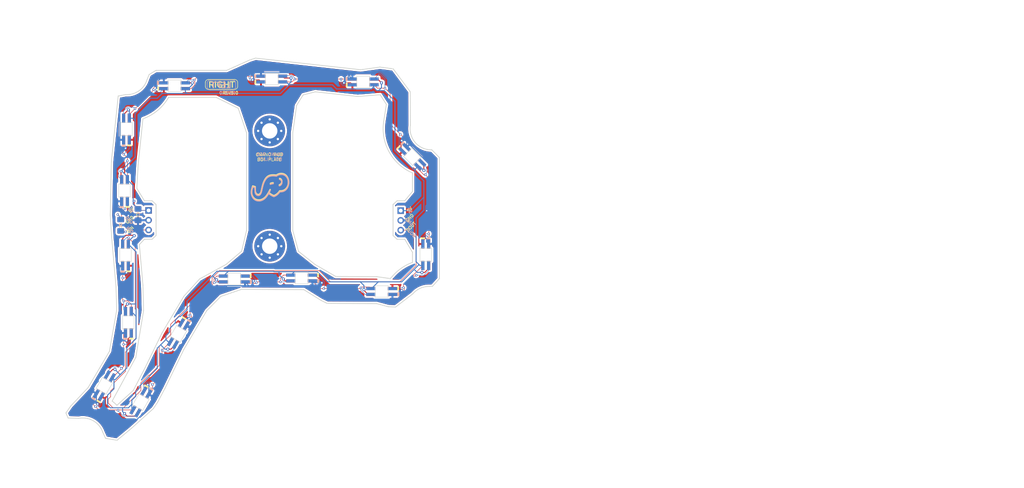
<source format=kicad_pcb>
(kicad_pcb (version 20211014) (generator pcbnew)
  (layers (0 "F.Cu" signal) (31 "B.Cu" signal) (34 "B.Paste" user) (35 "F.Paste" user) (36 "B.SilkS" user "B.Silkscreen") (37 "F.SilkS" user "F.Silkscreen") (38 "B.Mask" user) (39 "F.Mask" user) (44 "Edge.Cuts" user))
  (net 0 "")
  (net 1 "Net-(D34-Pad1)")
  (net 2 "Vcc")
  (net 3 "Net-(D5-Pad1)")
  (net 4 "Net-(D33-Pad3)")
  (net 5 "Net-(D21-Pad1)")
  (net 6 "Net-(D23-Pad1)")
  (net 7 "Net-(D25-Pad1)")
  (net 8 "Net-(D37-Pad1)")
  (net 9 "Net-(D39-Pad1)")
  (net 10 "Net-(D41-Pad1)")
  (net 11 "Net-(D47-Pad1)")
  (net 12 "Net-(D49-Pad1)")
  (net 13 "Net-(D55-Pad1)")
  (net 14 "Net-(D57-Pad1)")
  (net 15 "Gnd")
  (net 16 "Din")
  (net 17 "Dout")
  (net 18 "Net-(D51-Pad1)")
  (net 19 "GND")
  (net 20 "Net-(R1-Pad2)")
  (footprint "libs2:YS-SK6812MINI-E_REVERSE" (layer "F.Cu") (at 43.257161 121.831475 60)
    (fp_text reference "D55" hide)
    (fp_text value "SK6812MINI")
    (fp_line (start 1.7 -1.5) (end -1.7 -1.5) (layer "Edge.Cuts") (width 0.12))
    (fp_line (start -1.7 -1.5) (end -1.7 1.5) (layer "Edge.Cuts") (width 0.12))
    (fp_line (start -1.7 1.5) (end 1.7 1.5) (layer "Edge.Cuts") (width 0.12))
    (fp_line (start 1.7 1.5) (end 1.7 -1.5) (layer "Edge.Cuts") (width 0.12))
  )
  (footprint "Connector_PinHeader_2.54mm:PinHeader_1x03_P2.54mm_Vertical" (layer "F.Cu") (at 54.757161 76.251475)
    (fp_text reference "J3" hide)
    (fp_text value "In")
  )
  (footprint "libs2:YS-SK6812MINI-E_REVERSE" (layer "F.Cu") (at 110.507161 42.831475)
    (fp_text reference "D23" hide)
    (fp_text value "SK6812MINI")
    (fp_line (start -1.7 -1.5) (end -1.7 1.5) (layer "Edge.Cuts") (width 0.12))
    (fp_line (start 1.7 1.5) (end 1.7 -1.5) (layer "Edge.Cuts") (width 0.12))
    (fp_line (start 1.7 -1.5) (end -1.7 -1.5) (layer "Edge.Cuts") (width 0.12))
    (fp_line (start -1.7 1.5) (end 1.7 1.5) (layer "Edge.Cuts") (width 0.12))
  )
  (footprint "Capacitor_SMD:C_1206_3216Metric_Pad1.42x1.75mm_HandSolder" (layer "F.Cu") (at 52.007161 77.331475 -90)
    (fp_text reference "C1" hide)
    (fp_text value "C")
  )
  (footprint "libs2:YS-SK6812MINI-E_REVERSE" (layer "F.Cu") (at 62.507161 108.331475 -120)
    (fp_text reference "D49" hide)
    (fp_text value "SK6812MINI")
    (fp_line (start 1.7 1.5) (end 1.7 -1.5) (layer "Edge.Cuts") (width 0.12))
    (fp_line (start -1.7 -1.5) (end -1.7 1.5) (layer "Edge.Cuts") (width 0.12))
    (fp_line (start 1.7 -1.5) (end -1.7 -1.5) (layer "Edge.Cuts") (width 0.12))
    (fp_line (start -1.7 1.5) (end 1.7 1.5) (layer "Edge.Cuts") (width 0.12))
  )
  (footprint "libs2:YS-SK6812MINI-E_REVERSE" (layer "F.Cu") (at 49.007161 55.081475 90)
    (fp_text reference "D7" hide)
    (fp_text value "SK6812MINI")
    (fp_line (start 1.7 -1.5) (end -1.7 -1.5) (layer "Edge.Cuts") (width 0.12))
    (fp_line (start -1.7 -1.5) (end -1.7 1.5) (layer "Edge.Cuts") (width 0.12))
    (fp_line (start 1.7 1.5) (end 1.7 -1.5) (layer "Edge.Cuts") (width 0.12))
    (fp_line (start -1.7 1.5) (end 1.7 1.5) (layer "Edge.Cuts") (width 0.12))
  )
  (footprint "libs2:YS-SK6812MINI-E_REVERSE" (layer "F.Cu") (at 126.757161 87.781475 -90)
    (fp_text reference "D37" hide)
    (fp_text value "SK6812MINI")
    (fp_line (start -1.7 1.5) (end 1.7 1.5) (layer "Edge.Cuts") (width 0.12))
    (fp_line (start -1.7 -1.5) (end -1.7 1.5) (layer "Edge.Cuts") (width 0.12))
    (fp_line (start 1.7 -1.5) (end -1.7 -1.5) (layer "Edge.Cuts") (width 0.12))
    (fp_line (start 1.7 1.5) (end 1.7 -1.5) (layer "Edge.Cuts") (width 0.12))
  )
  (footprint "Connector_PinHeader_2.54mm:PinHeader_1x03_P2.54mm_Vertical" (layer "F.Cu") (at 120.257161 76.306475)
    (fp_text reference "J5" hide)
    (fp_text value "Out")
  )
  (footprint "libs2:YS-SK6812MINI-E_REVERSE" (layer "F.Cu") (at 94.507161 93.831475 180)
    (fp_text reference "D41" hide)
    (fp_text value "SK6812MINI")
    (fp_line (start -1.7 1.5) (end 1.7 1.5) (layer "Edge.Cuts") (width 0.12))
    (fp_line (start -1.7 -1.5) (end -1.7 1.5) (layer "Edge.Cuts") (width 0.12))
    (fp_line (start 1.7 -1.5) (end -1.7 -1.5) (layer "Edge.Cuts") (width 0.12))
    (fp_line (start 1.7 1.5) (end 1.7 -1.5) (layer "Edge.Cuts") (width 0.12))
  )
  (footprint "Resistor_SMD:R_1206_3216Metric_Pad1.42x1.75mm_HandSolder" (layer "F.Cu") (at 47.527161 80.101475 90)
    (fp_text reference "R2" hide)
    (fp_text value "R")
  )
  (footprint "libs2:YS-SK6812MINI-E_REVERSE" (layer "F.Cu") (at 123.257161 62.331475 -45)
    (fp_text reference "D25" hide)
    (fp_text value "SK6812MINI")
    (fp_line (start 1.7 -1.5) (end -1.7 -1.5) (layer "Edge.Cuts") (width 0.12))
    (fp_line (start 1.7 1.5) (end 1.7 -1.5) (layer "Edge.Cuts") (width 0.12))
    (fp_line (start -1.7 1.5) (end 1.7 1.5) (layer "Edge.Cuts") (width 0.12))
    (fp_line (start -1.7 -1.5) (end -1.7 1.5) (layer "Edge.Cuts") (width 0.12))
  )
  (footprint "kibuzzard-61F01B61" (layer "F.Cu") (at 73.830972 43.490754)
    (fp_text reference "kibuzzard-61F01B61" hide)
    (fp_text value "G***" hide)
  )
  (footprint "libs2:YS-SK6812MINI-E_REVERSE" (layer "F.Cu") (at 48.757161 87.831475 90)
    (fp_text reference "D59" hide)
    (fp_text value "SK6812MINI")
    (fp_line (start -1.7 -1.5) (end -1.7 1.5) (layer "Edge.Cuts") (width 0.12))
    (fp_line (start 1.7 -1.5) (end -1.7 -1.5) (layer "Edge.Cuts") (width 0.12))
    (fp_line (start 1.7 1.5) (end 1.7 -1.5) (layer "Edge.Cuts") (width 0.12))
    (fp_line (start -1.7 1.5) (end 1.7 1.5) (layer "Edge.Cuts") (width 0.12))
  )
  (footprint "libs2:YS-SK6812MINI-E_REVERSE" (layer "F.Cu") (at 49.507161 105.331475 90)
    (fp_text reference "D57" hide)
    (fp_text value "SK6812MINI")
    (fp_line (start -1.7 1.5) (end 1.7 1.5) (layer "Edge.Cuts") (width 0.12))
    (fp_line (start 1.7 1.5) (end 1.7 -1.5) (layer "Edge.Cuts") (width 0.12))
    (fp_line (start -1.7 -1.5) (end -1.7 1.5) (layer "Edge.Cuts") (width 0.12))
    (fp_line (start 1.7 -1.5) (end -1.7 -1.5) (layer "Edge.Cuts") (width 0.12))
  )
  (footprint "libs2:YS-SK6812MINI-E_REVERSE" (layer "F.Cu") (at 115.307161 97.331475 180)
    (fp_text reference "D39" hide)
    (fp_text value "SK6812MINI")
    (fp_line (start -1.7 1.5) (end 1.7 1.5) (layer "Edge.Cuts") (width 0.12))
    (fp_line (start 1.7 1.5) (end 1.7 -1.5) (layer "Edge.Cuts") (width 0.12))
    (fp_line (start 1.7 -1.5) (end -1.7 -1.5) (layer "Edge.Cuts") (width 0.12))
    (fp_line (start -1.7 -1.5) (end -1.7 1.5) (layer "Edge.Cuts") (width 0.12))
  )
  (footprint "libs2:YS-SK6812MINI-E_REVERSE" (layer "F.Cu") (at 61.507161 43.831475)
    (fp_text reference "D33" hide)
    (fp_text value "SK6812MINI")
    (fp_line (start -1.7 1.5) (end 1.7 1.5) (layer "Edge.Cuts") (width 0.12))
    (fp_line (start 1.7 -1.5) (end -1.7 -1.5) (layer "Edge.Cuts") (width 0.12))
    (fp_line (start 1.7 1.5) (end 1.7 -1.5) (layer "Edge.Cuts") (width 0.12))
    (fp_line (start -1.7 -1.5) (end -1.7 1.5) (layer "Edge.Cuts") (width 0.12))
  )
  (footprint "MountingHole:MountingHole_4mm_Pad_Via" (layer "F.Cu") (at 86.217161 55.571475)
    (fp_text reference "H2" hide)
    (fp_text value "M4")
  )
  (footprint "libs2:YS-SK6812MINI-E_REVERSE" (layer "F.Cu") (at 52.757161 126.081475 -120)
    (fp_text reference "D51" hide)
    (fp_text value "SK6812MINI")
    (fp_line (start -1.7 1.5) (end 1.7 1.5) (layer "Edge.Cuts") (width 0.12))
    (fp_line (start -1.7 -1.5) (end -1.7 1.5) (layer "Edge.Cuts") (width 0.12))
    (fp_line (start 1.7 -1.5) (end -1.7 -1.5) (layer "Edge.Cuts") (width 0.12))
    (fp_line (start 1.7 1.5) (end 1.7 -1.5) (layer "Edge.Cuts") (width 0.12))
  )
  (footprint "libs2:YS-SK6812MINI-E_REVERSE" (layer "F.Cu") (at 48.507161 71.081475 90)
    (fp_text reference "D5" hide)
    (fp_text value "SK6812MINI")
    (fp_line (start -1.7 1.5) (end 1.7 1.5) (layer "Edge.Cuts") (width 0.12))
    (fp_line (start 1.7 -1.5) (end -1.7 -1.5) (layer "Edge.Cuts") (width 0.12))
    (fp_line (start 1.7 1.5) (end 1.7 -1.5) (layer "Edge.Cuts") (width 0.12))
    (fp_line (start -1.7 -1.5) (end -1.7 1.5) (layer "Edge.Cuts") (width 0.12))
  )
  (footprint "libs2:YS-SK6812MINI-E_REVERSE" (layer "F.Cu") (at 86.757161 42.081475)
    (fp_text reference "D21" hide)
    (fp_text value "SK6812MINI")
    (fp_line (start -1.7 1.5) (end 1.7 1.5) (layer "Edge.Cuts") (width 0.12))
    (fp_line (start 1.7 -1.5) (end -1.7 -1.5) (layer "Edge.Cuts") (width 0.12))
    (fp_line (start 1.7 1.5) (end 1.7 -1.5) (layer "Edge.Cuts") (width 0.12))
    (fp_line (start -1.7 -1.5) (end -1.7 1.5) (layer "Edge.Cuts") (width 0.12))
  )
  (footprint "MountingHole:MountingHole_4mm_Pad_Via" (layer "F.Cu") (at 86.227161 85.551475)
    (fp_text reference "H1" hide)
    (fp_text value "M4")
  )
  (footprint "libs2:YS-SK6812MINI-E_REVERSE" (layer "F.Cu") (at 77.007161 94.081475 180)
    (fp_text reference "D47" hide)
    (fp_text value "SK6812MINI")
    (fp_line (start 1.7 -1.5) (end -1.7 -1.5) (layer "Edge.Cuts") (width 0.12))
    (fp_line (start -1.7 1.5) (end 1.7 1.5) (layer "Edge.Cuts") (width 0.12))
    (fp_line (start 1.7 1.5) (end 1.7 -1.5) (layer "Edge.Cuts") (width 0.12))
    (fp_line (start -1.7 -1.5) (end -1.7 1.5) (layer "Edge.Cuts") (width 0.12))
  )
  (footprint "Capacitor_SMD:C_1206_3216Metric_Pad1.42x1.75mm_HandSolder" (layer "B.Cu") (at 52.017161 77.341475 -90)
    (fp_text reference "C2" hide)
    (fp_text value "C")
  )
  (footprint "libs2:YS-SK6812MINI-E_REVERSE_NO_EDGECUT" (layer "B.Cu") (at 77.007161 94.081475 180)
    (fp_text reference "D48" hide)
    (fp_text value "SK6812MINI")
  )
  (footprint "kibuzzard-6208EFFE" (layer "B.Cu") (at 73.459552 43.620396 180)
    (fp_text reference "kibuzzard-6208EFFE" hide)
    (fp_text value "G***" hide)
  )
  (footprint "libs2:YS-SK6812MINI-E_REVERSE_NO_EDGECUT" (layer "B.Cu") (at 126.757161 87.781475 -90)
    (fp_text reference "D38" hide)
    (fp_text value "SK6812MINI")
  )
  (footprint "libs2:YS-SK6812MINI-E_REVERSE_NO_EDGECUT" (layer "B.Cu") (at 110.507161 42.831475)
    (fp_text reference "D24" hide)
    (fp_text value "SK6812MINI")
  )
  (footprint "libs2:YS-SK6812MINI-E_REVERSE_NO_EDGECUT" (layer "B.Cu") (at 48.507161 71.081475 90)
    (fp_text reference "D6" hide)
    (fp_text value "SK6812MINI")
  )
  (footprint "libs2:YS-SK6812MINI-E_REVERSE_NO_EDGECUT" (layer "B.Cu") (at 62.507161 108.331475 -120)
    (fp_text reference "D50" hide)
    (fp_text value "SK6812MINI")
  )
  (footprint "libs2:YS-SK6812MINI-E_REVERSE_NO_EDGECUT" (layer "B.Cu") (at 86.757161 42.081475)
    (fp_text reference "D22" hide)
    (fp_text value "SK6812MINI")
  )
  (footprint "LOGO" (layer "B.Cu") (at 86.3 70.3 180)
    (fp_text reference "G***" hide)
    (fp_text value "LOGO" hide)
  )
  (footprint "libs2:YS-SK6812MINI-E_REVERSE_NO_EDGECUT" (layer "B.Cu") (at 123.257161 62.331475 -45)
    (fp_text reference "D26" hide)
    (fp_text value "SK6812MINI")
  )
  (footprint "libs2:YS-SK6812MINI-E_REVERSE_NO_EDGECUT" (layer "B.Cu") (at 94.507161 93.831475 180)
    (fp_text reference "D42" hide)
    (fp_text value "SK6812MINI")
  )
  (footprint "LOGO" (layer "B.Cu") (at 86.3 70.1 180)
    (fp_text reference "G***" hide)
    (fp_text value "LOGO" hide)
  )
  (footprint "libs2:YS-SK6812MINI-E_REVERSE_NO_EDGECUT" (layer "B.Cu") (at 61.507161 43.831475)
    (fp_text reference "D34" hide)
    (fp_text value "SK6812MINI")
  )
  (footprint "libs2:YS-SK6812MINI-E_REVERSE_NO_EDGECUT" (layer "B.Cu") (at 48.757161 87.831475 90)
    (fp_text reference "D60" hide)
    (fp_text value "SK6812MINI")
  )
  (footprint "Resistor_SMD:R_1206_3216Metric_Pad1.42x1.75mm_HandSolder" (layer "B.Cu") (at 47.507161 80.093975 90)
    (fp_text reference "R1" hide)
    (fp_text value "R")
  )
  (footprint "libs2:YS-SK6812MINI-E_REVERSE_NO_EDGECUT" (layer "B.Cu") (at 43.257161 121.831475 60)
    (fp_text reference "D56" hide)
    (fp_text value "SK6812MINI")
  )
  (footprint "libs2:YS-SK6812MINI-E_REVERSE_NO_EDGECUT" (layer "B.Cu") (at 52.757161 126.081475 -120)
    (fp_text reference "D52" hide)
    (fp_text value "SK6812MINI")
  )
  (footprint "libs2:YS-SK6812MINI-E_REVERSE_NO_EDGECUT" (layer "B.Cu") (at 49.007161 55.081475 90)
    (fp_text reference "D8" hide)
    (fp_text value "SK6812MINI")
  )
  (footprint "libs2:YS-SK6812MINI-E_REVERSE_NO_EDGECUT" (layer "B.Cu") (at 49.507161 105.331475 90)
    (fp_text reference "D58" hide)
    (fp_text value "SK6812MINI")
  )
  (footprint "libs2:YS-SK6812MINI-E_REVERSE_NO_EDGECUT" (layer "B.Cu") (at 115.307161 97.331475 180)
    (fp_text reference "D40" hide)
    (fp_text value "SK6812MINI")
  )
  (gr_arc (start 77.38063 44.131667) (mid 77.14096 44.683561) (end 76.584552 44.912557) (layer "B.SilkS") (width 0.12))
  (gr_arc (start 70.759552 44.912556) (mid 70.216301 44.681768) (end 69.978663 44.141478) (layer "B.SilkS") (width 0.12))
  (gr_arc (start 76.599741 42.341478) (mid 77.142992 42.572266) (end 77.38063 43.112556) (layer "B.SilkS") (width 0.12))
  (gr_line (start 77.38063 43.112556) (end 77.38063 44.131667) (layer "B.SilkS") (width 0.12))
  (gr_line (start 76.599741 42.341478) (end 70.774741 42.341477) (layer "B.SilkS") (width 0.12))
  (gr_line (start 69.978663 44.141478) (end 69.978663 43.122367) (layer "B.SilkS") (width 0.12))
  (gr_arc (start 69.978663 43.122367) (mid 70.218333 42.570473) (end 70.774741 42.341477) (layer "B.SilkS") (width 0.12))
  (gr_line (start 70.759552 44.912556) (end 76.584552 44.912556) (layer "B.SilkS") (width 0.12))
  (gr_arc (start 77.908578 44) (mid 77.670973 44.540324) (end 77.127689 44.771078) (layer "F.SilkS") (width 0.15))
  (gr_arc (start 77.1125 42.199999) (mid 77.668884 42.42902) (end 77.908578 42.980889) (layer "F.SilkS") (width 0.15))
  (gr_line (start 77.1125 42.2) (end 70.2875 42.2) (layer "F.SilkS") (width 0.15))
  (gr_line (start 77.908578 42.980889) (end 77.908578 44) (layer "F.SilkS") (width 0.15))
  (gr_line (start 70.302689 44.771079) (end 77.127689 44.771078) (layer "F.SilkS") (width 0.15))
  (gr_arc (start 70.302689 44.771079) (mid 69.746305 44.542058) (end 69.506611 43.990189) (layer "F.SilkS") (width 0.15))
  (gr_arc (start 69.506611 42.971078) (mid 69.744216 42.430754) (end 70.2875 42.2) (layer "F.SilkS") (width 0.15))
  (gr_line (start 69.506611 43.990189) (end 69.506611 42.971078) (layer "F.SilkS") (width 0.15))
  (gr_line (start 114.91599 46.164049) (end 116.528159 48.690885) (layer "Edge.Cuts") (width 0.2))
  (gr_line (start 53.672798 73.747912) (end 51.699603 70.490439) (layer "Edge.Cuts") (width 0.2))
  (gr_line (start 58.234748 108.133498) (end 53.777781 117.292097) (layer "Edge.Cuts") (width 0.2))
  (gr_line (start 119.297553 83.747912) (end 121.297553 83.747912) (layer "Edge.Cuts") (width 0.2))
  (gr_line (start 78.05239 49.702115) (end 80.207885 56.050874) (layer "Edge.Cuts") (width 0.2))
  (gr_line (start 63.936765 112.368405) (end 69.83229 102.361629) (layer "Edge.Cuts") (width 0.2))
  (gr_line (start 33.28434 128.914278) (end 33.841998 130.233726) (layer "Edge.Cuts") (width 0.2))
  (gr_line (start 118.267747 78.747912) (end 118.267738 82.778644) (layer "Edge.Cuts") (width 0.2))
  (gr_line (start 46.866026 46.497062) (end 45.088137 63.604804) (layer "Edge.Cuts") (width 0.2))
  (gr_line (start 128.34141 60.499364) (end 130.297553 62.498883) (layer "Edge.Cuts") (width 0.2))
  (gr_line (start 123.297553 66.500287) (end 123.297553 71.340197) (layer "Edge.Cuts") (width 0.2))
  (gr_arc (start 123.297553 66.500287) (mid 117.247865 61.039931) (end 115.849365 53.011332) (layer "Edge.Cuts") (width 0.2))
  (gr_arc (start 59.961375 46.831475) (mid 57.127271 50.227671) (end 53.287764 52.424143) (layer "Edge.Cuts") (width 0.2))
  (gr_line (start 53.468392 102.257802) (end 53.289198 95.720373) (layer "Edge.Cuts") (width 0.2))
  (gr_line (start 53.289198 95.720373) (end 52.362833 85.134757) (layer "Edge.Cuts") (width 0.2))
  (gr_line (start 118.296436 39.424938) (end 114.854662 38.978023) (layer "Edge.Cuts") (width 0.2))
  (gr_line (start 67.998353 94.075414) (end 63.915576 98.572908) (layer "Edge.Cuts") (width 0.2))
  (gr_line (start 123.297553 87.123435) (end 123.297553 89.774815) (layer "Edge.Cuts") (width 0.2))
  (gr_line (start 118.112843 93.360158) (end 117.518819 93.974881) (layer "Edge.Cuts") (width 0.2))
  (gr_line (start 130.297553 94.001388) (end 128.497176 95.991401) (layer "Edge.Cuts") (width 0.2))
  (gr_line (start 121.297553 73.747912) (end 119.297553 73.747912) (layer "Edge.Cuts") (width 0.2))
  (gr_arc (start 36.641242 130.318538) (mid 40.406833 130.963732) (end 42.843682 133.906131) (layer "Edge.Cuts") (width 0.2))
  (gr_arc (start 54.351916 42.275299) (mid 52.244335 45.158538) (end 48.81029 46.139505) (layer "Edge.Cuts") (width 0.2))
  (gr_line (start 45.088137 63.604804) (end 44.801918 77.513094) (layer "Edge.Cuts") (width 0.2))
  (gr_line (start 54.90171 40.91327) (end 56.678477 39.831475) (layer "Edge.Cuts") (width 0.2))
  (gr_line (start 121.297553 83.747912) (end 123.297553 87.123435) (layer "Edge.Cuts") (width 0.2))
  (gr_line (start 75.032383 39.831475) (end 56.678477 39.831475) (layer "Edge.Cuts") (width 0.2))
  (gr_line (start 55.672798 83.747912) (end 56.702614 82.778644) (layer "Edge.Cuts") (width 0.2))
  (gr_line (start 54.90171 40.91327) (end 54.351916 42.275299) (layer "Edge.Cuts") (width 0.2))
  (gr_line (start 109.738145 39.657605) (end 82.551205 36.64484) (layer "Edge.Cuts") (width 0.2))
  (gr_line (start 56.702614 74.71718) (end 55.672798 73.747912) (layer "Edge.Cuts") (width 0.2))
  (gr_line (start 53.777781 117.292097) (end 50.7964 123.047193) (layer "Edge.Cuts") (width 0.2))
  (gr_line (start 94.90331 46.211883) (end 98.064353 45.406805) (layer "Edge.Cuts") (width 0.2))
  (gr_line (start 72.257161 46.831475) (end 78.05239 49.702115) (layer "Edge.Cuts") (width 0.2))
  (gr_line (start 114.042354 93.483963) (end 103.38473 93.432117) (layer "Edge.Cuts") (width 0.2))
  (gr_line (start 122.760415 54.123714) (end 122.717359 45.371074) (layer "Edge.Cuts") (width 0.2))
  (gr_line (start 101.132059 100.421242) (end 114.008302 100.48388) (layer "Edge.Cuts") (width 0.2))
  (gr_line (start 57.115723 126.112529) (end 59.024143 122.498866) (layer "Edge.Cuts") (width 0.2))
  (gr_line (start 56.005831 127.781308) (end 57.115723 126.112529) (layer "Edge.Cuts") (width 0.2))
  (gr_line (start 80.9899 37.148871) (end 75.032383 39.831475) (layer "Edge.Cuts") (width 0.2))
  (gr_line (start 117.518819 93.974881) (end 114.042354 93.483963) (layer "Edge.Cuts") (width 0.2))
  (gr_line (start 119.297553 73.747912) (end 118.267738 74.71718) (layer "Edge.Cuts") (width 0.2))
  (gr_line (start 127.717759 96.018072) (end 128.497176 95.991401) (layer "Edge.Cuts") (width 0.2))
  (gr_line (start 52.050641 64.328368) (end 53.287764 52.424143) (layer "Edge.Cuts") (width 0.2))
  (gr_line (start 48.81029 46.139505) (end 46.866026 46.497062) (layer "Edge.Cuts") (width 0.2))
  (gr_arc (start 45.291475 125.830022) (mid 45.929549 126.357219) (end 46.531335 126.925488) (layer "Edge.Cuts") (width 0.2))
  (gr_line (start 93.698152 86.882012) (end 92.207885 81.444801) (layer "Edge.Cuts") (width 0.2))
  (gr_line (start 69.83229 102.361629) (end 73.542186 98.604362) (layer "Edge.Cuts") (width 0.2))
  (gr_line (start 59.961375 46.831475) (end 72.257161 46.831475) (layer "Edge.Cuts") (width 0.2))
  (gr_line (start 123.297553 71.340197) (end 121.297553 73.747912) (layer "Edge.Cuts") (width 0.2))
  (gr_line (start 52.362833 85.134757) (end 53.672798 83.747912) (layer "Edge.Cuts") (width 0.2))
  (gr_line (start 49.797162 133.342373) (end 50.303806 132.917472) (layer "Edge.Cuts") (width 0.2))
  (gr_arc (start 128.190525 60.497729) (mid 124.003815 58.564445) (end 122.760415 54.123714) (layer "Edge.Cuts") (width 0.2))
  (gr_line (start 51.439601 114.471808) (end 53.468392 102.257802) (layer "Edge.Cuts") (width 0.2))
  (gr_line (start 46.56758 136.022266) (end 43.577491 135.515548) (layer "Edge.Cuts") (width 0.2))
  (gr_line (start 80.207885 56.050874) (end 80.207885 81.444801) (layer "Edge.Cuts") (width 0.2))
  (gr_line (start 46.56758 136.022266) (end 49.797162 133.342373) (layer "Edge.Cuts") (width 0.2))
  (gr_line (start 78.898272 96.772744) (end 95.080543 96.853016) (layer "Edge.Cuts") (width 0.2))
  (gr_line (start 34.542023 127.103116) (end 33.28434 128.914278) (layer "Edge.Cuts") (width 0.2))
  (gr_line (start 50.7964 123.047193) (end 46.531335 126.925488) (layer "Edge.Cuts") (width 0.2))
  (gr_line (start 56.702604 78.747912) (end 56.702614 74.71718) (layer "Edge.Cuts") (width 0.2))
  (gr_line (start 98.064353 45.406805) (end 108.795601 46.596006) (layer "Edge.Cuts") (width 0.2))
  (gr_line (start 101.132059 100.421242) (end 99.565321 99.652018) (layer "Edge.Cuts") (width 0.2))
  (gr_line (start 128.34141 60.499364) (end 128.190525 60.497729) (layer "Edge.Cuts") (width 0.2))
  (gr_line (start 114.854662 38.978023) (end 109.831336 39.672411) (layer "Edge.Cuts") (width 0.2))
  (gr_line (start 78.929003 86.855254) (end 74.866031 90.308077) (layer "Edge.Cuts") (width 0.2))
  (gr_line (start 45.172602 83.331909) (end 46.301987 96.143315) (layer "Edge.Cuts") (width 0.2))
  (gr_arc (start 118.112843 93.360158) (mid 120.47548 91.235294) (end 123.297553 89.774815) (layer "Edge.Cuts") (width 0.2))
  (gr_arc (start 109.060339 46.629822) (mid 108.927829 46.614018) (end 108.795601 46.596006) (layer "Edge.Cuts") (width 0.2))
  (gr_line (start 130.297553 94.001388) (end 130.297553 62.498883) (layer "Edge.Cuts") (width 0.2))
  (gr_line (start 59.024143 122.498866) (end 63.936765 112.368405) (layer "Edge.Cuts") (width 0.2))
  (gr_line (start 103.38473 93.432117) (end 97.994923 90.308077) (layer "Edge.Cuts") (width 0.2))
  (gr_line (start 44.586292 112.88817) (end 39.047179 122.322665) (layer "Edge.Cuts") (width 0.2))
  (gr_line (start 46.468685 102.193761) (end 44.586292 112.88817) (layer "Edge.Cuts") (width 0.2))
  (gr_arc (start 123.417333 97.927695) (mid 125.353023 96.489782) (end 127.717759 96.018072) (layer "Edge.Cuts") (width 0.2))
  (gr_line (start 44.801918 77.513094) (end 45.172602 83.331909) (layer "Edge.Cuts") (width 0.2))
  (gr_line (start 93.21351 48.946135) (end 94.90331 46.211883) (layer "Edge.Cuts") (width 0.2))
  (gr_line (start 63.915576 98.572908) (end 58.234748 108.133498) (layer "Edge.Cuts") (width 0.2))
  (gr_line (start 46.301987 96.143315) (end 46.468685 102.193761) (layer "Edge.Cuts") (width 0.2))
  (gr_line (start 80.9899 37.148871) (end 82.551205 36.64484) (layer "Edge.Cuts") (width 0.2))
  (gr_line (start 109.060339 46.629822) (end 114.91599 46.164049) (layer "Edge.Cuts") (width 0.2))
  (gr_line (start 74.866031 90.308077) (end 67.998353 94.075414) (layer "Edge.Cuts") (width 0.2))
  (gr_line (start 33.841998 130.233726) (end 36.641242 130.318538) (layer "Edge.Cuts") (width 0.2))
  (gr_line (start 95.080543 96.853016) (end 99.565321 99.652018) (layer "Edge.Cuts") (width 0.2))
  (gr_line (start 53.672798 83.747912) (end 55.672798 83.747912) (layer "Edge.Cuts") (width 0.2))
  (gr_line (start 114.008302 100.48388) (end 117.06028 101.305057) (layer "Edge.Cuts") (width 0.2))
  (gr_line (start 116.528159 48.690885) (end 115.849365 53.011332) (layer "Edge.Cuts") (width 0.2))
  (gr_line (start 118.929502 101.369001) (end 117.06028 101.305057) (layer "Edge.Cuts") (width 0.2))
  (gr_line (start 80.207885 81.444801) (end 78.929003 86.855254) (layer "Edge.Cuts") (width 0.2))
  (gr_line (start 51.699603 70.490439) (end 52.050641 64.328368) (layer "Edge.Cuts") (width 0.2))
  (gr_line (start 50.303806 132.917472) (end 56.005831 127.781308) (layer "Edge.Cuts") (width 0.2))
  (gr_line (start 73.542186 98.604362) (end 78.898272 96.772744) (layer "Edge.Cuts") (width 0.2))
  (gr_line (start 42.843682 133.906131) (end 43.577491 135.515548) (layer "Edge.Cuts") (width 0.2))
  (gr_line (start 97.994923 90.308077) (end 93.698152 86.882012) (layer "Edge.Cuts") (width 0.2))
  (gr_line (start 92.207885 81.444801) (end 92.207885 56.050874) (layer "Edge.Cuts") (width 0.2))
  (gr_arc (start 109.831336 39.672411) (mid 109.784566 39.666108) (end 109.738145 39.657605) (layer "Edge.Cuts") (width 0.2))
  (gr_line (start 45.291475 125.830022) (end 51.439601 114.471808) (layer "Edge.Cuts") (width 0.2))
  (gr_line (start 55.672798 73.747912) (end 53.672798 73.747912) (layer "Edge.Cuts") (width 0.2))
  (gr_line (start 118.267738 74.71718) (end 118.267747 78.747912) (layer "Edge.Cuts") (width 0.2))
  (gr_line (start 118.267738 82.778644) (end 119.297553 83.747912) (layer "Edge.Cuts") (width 0.2))
  (gr_line (start 39.047179 122.322665) (end 34.542023 127.103116) (layer "Edge.Cuts") (width 0.2))
  (gr_line (start 122.717359 45.371074) (end 118.296436 39.424938) (layer "Edge.Cuts") (width 0.2))
  (gr_line (start 92.207885 56.050874) (end 93.21351 48.946135) (layer "Edge.Cuts") (width 0.2))
  (gr_line (start 56.702614 82.778644) (end 56.702604 78.747912) (layer "Edge.Cuts") (width 0.2))
  (gr_line (start 118.929502 101.369001) (end 123.417333 97.927695) (layer "Edge.Cuts") (width 0.2))
  (gr_text "5V" (at 121.953658 75.791475 -45) (layer "B.SilkS") (effects (font (size 0.8 0.8)) (justify right mirror)))
  (gr_text "REV1.0" (at 75.2 45.7) (layer "B.SilkS") (effects (font (size 0.8 0.8)) (justify mirror)))
  (gr_text "GND" (at 121.603472 78.331475 -45) (layer "B.SilkS") (effects (font (size 0.8 0.8)) (justify right mirror)))
  (gr_text "C" (at 52 77.4) (layer "B.SilkS") (effects (font (size 1 1)) (justify mirror)))
  (gr_text "5V" (at 50.053472 76.251475 -45) (layer "B.SilkS") (effects (font (size 0.8 0.8)) (justify mirror)))
  (gr_text "DIN" (at 49.851442 81.331475 -45) (layer "B.SilkS") (effects (font (size 0.8 0.8)) (justify mirror)))
  (gr_text "GND" (at 49.703286 78.791475 -45) (layer "B.SilkS") (effects (font (size 0.8 0.8)) (justify mirror)))
  (gr_text "R" (at 47.5 80.2) (layer "B.SilkS") (effects (font (size 1 1)) (justify mirror)))
  (gr_text "DOUT" (at 121.751628 80.871475 -45) (layer "B.SilkS") (effects (font (size 0.8 0.8)) (justify right mirror)))
  (gr_text "CNANO RGB\nBOT PLATE" (at 86.3 62.3) (layer "B.SilkS") (effects (font (size 0.8 0.8) (thickness 0.12)) (justify mirror)))
  (gr_text "5V" (at 122 76.6 45) (layer "F.SilkS") (effects (font (size 0.8 0.8)) (justify left)))
  (gr_text "R" (at 47.5 80.2) (layer "F.SilkS") (effects (font (size 1 1))))
  (gr_text "DOUT" (at 121.79797 81.68 45) (layer "F.SilkS") (effects (font (size 0.8 0.8)) (justify left)))
  (gr_text "CNANO RGB\nBOT PLATE" (at 86.1 62.4) (layer "F.SilkS") (effects (font (size 0.8 0.8) (thickness 0.12))))
  (gr_text "5V" (at 50.209191 76.172475 45) (layer "F.SilkS") (effects (font (size 0.8 0.8))))
  (gr_text "GND" (at 121.649814 79.129 45) (layer "F.SilkS") (effects (font (size 0.8 0.8)) (justify left)))
  (gr_text "DIN" (at 50.007161 81.252475 45) (layer "F.SilkS") (effects (font (size 0.8 0.8))))
  (gr_text "C" (at 52 77.4) (layer "F.SilkS") (effects (font (size 1 1))))
  (gr_text "REV1.0" (at 76 45.7) (layer "F.SilkS") (effects (font (size 0.8 0.8))))
  (gr_text "GND" (at 49.859005 78.701475 45) (layer "F.SilkS") (effects (font (size 0.8 0.8))))
  (segment (start 66.771164 43.606721) (end 66.771164 42.496507) (width 0.13) (layer "F.Cu") (net 1))
  (segment (start 80.679868 41.331475) (end 81.083645 41.735252) (width 0.13) (layer "F.Cu") (net 1))
  (segment (start 83.957161 41.331475) (end 81.487422 41.331475) (width 0.13) (layer "F.Cu") (net 1))
  (segment (start 64.307161 44.581475) (end 65.79641 44.581475) (width 0.13) (layer "F.Cu") (net 1))
  (segment (start 66.611989 42.337332) (end 67.617846 41.331475) (width 0.13) (layer "F.Cu") (net 1))
  (segment (start 67.617846 41.331475) (end 80.679868 41.331475) (width 0.13) (layer "F.Cu") (net 1))
  (segment (start 65.79641 44.581475) (end 66.771164 43.606721) (width 0.13) (layer "F.Cu") (net 1))
  (segment (start 66.771164 42.496507) (end 66.611989 42.337332) (width 0.13) (layer "F.Cu") (net 1))
  (segment (start 81.487422 41.331475) (end 81.083645 41.735252) (width 0.13) (layer "F.Cu") (net 1))
  (via (at 66.611989 42.337332) (size 0.6) (drill 0.3) (layers "F.Cu" "B.Cu") (net 1))
  (via (at 81.083645 41.735252) (size 0.6) (drill 0.3) (layers "F.Cu" "B.Cu") (net 1))
  (segment (start 81.481915 42.995976) (end 81.083645 42.597706) (width 0.13) (layer "B.Cu") (net 1))
  (segment (start 81.083645 42.597706) (end 81.083645 41.735252) (width 0.13) (layer "B.Cu") (net 1))
  (segment (start 83.79266 42.995976) (end 81.481915 42.995976) (width 0.13) (layer "B.Cu") (net 1))
  (segment (start 65.051304 42.337332) (end 66.611989 42.337332) (width 0.13) (layer "B.Cu") (net 1))
  (segment (start 83.957161 42.831475) (end 83.79266 42.995976) (width 0.13) (layer "B.Cu") (net 1))
  (segment (start 64.307161 43.081475) (end 65.051304 42.337332) (width 0.13) (layer "B.Cu") (net 1))
  (segment (start 52.00668 128.881346) (end 51.128219 129.759807) (width 0.25) (layer "F.Cu") (net 2))
  (segment (start 54.757161 76.251475) (end 52.414661 76.251475) (width 0.13) (layer "F.Cu") (net 2))
  (segment (start 48.881164 82.707472) (end 50.883158 82.707472) (width 0.25) (layer "F.Cu") (net 2))
  (segment (start 48.757161 101.081475) (end 49.257161 100.581475) (width 0.25) (layer "F.Cu") (net 2))
  (segment (start 48.007161 83.581475) (end 48.881164 82.707472) (width 0.25) (layer "F.Cu") (net 2))
  (segment (start 91.707161 94.581475) (end 90.257161 94.581475) (width 0.25) (layer "F.Cu") (net 2))
  (segment (start 112.507161 98.081475) (end 111.748139 98.081475) (width 0.25) (layer "F.Cu") (net 2))
  (segment (start 91.757161 41.831475) (end 90.057161 41.831475) (width 0.25) (layer "F.Cu") (net 2))
  (segment (start 72.933345 94.831475) (end 72.417142 94.315272) (width 0.25) (layer "F.Cu") (net 2))
  (segment (start 48.757161 102.531475) (end 48.757161 101.081475) (width 0.25) (layer "F.Cu") (net 2))
  (segment (start 44.007642 119.031604) (end 45.457771 117.581475) (width 0.25) (layer "F.Cu") (net 2))
  (segment (start 45.457771 117.581475) (end 46.007161 117.581475) (width 0.25) (layer "F.Cu") (net 2))
  (segment (start 52.414661 76.251475) (end 52.007161 75.843975) (width 0.13) (layer "F.Cu") (net 2))
  (segment (start 113.307161 42.081475) (end 114.257161 42.081475) (width 0.25) (layer "F.Cu") (net 2))
  (segment (start 61.75668 111.131346) (end 60.556551 112.331475) (width 0.25) (layer "F.Cu") (net 2))
  (segment (start 47.592661 66.070129) (end 47.592661 68.116975) (width 0.25) (layer "F.Cu") (net 2))
  (segment (start 111.748139 98.081475) (end 110.707659 97.040995) (width 0.25) (layer "F.Cu") (net 2))
  (segment (start 49.185493 129.759807) (end 48.507161 129.081475) (width 0.25) (layer "F.Cu") (net 2))
  (segment (start 66.106663 43.081475) (end 64.307161 43.081475) (width 0.25) (layer "F.Cu") (net 2))
  (segment (start 50.883158 82.707472) (end 51.007161 82.831475) (width 0.25) (layer "F.Cu") (net 2))
  (segment (start 47.592661 68.116975) (end 47.757161 68.281475) (width 0.25) (layer "F.Cu") (net 2))
  (segment (start 127.507161 91.371475) (end 126.497659 92.380977) (width 0.25) (layer "F.Cu") (net 2))
  (segment (start 90.057161 41.831475) (end 89.557161 41.331475) (width 0.25) (layer "F.Cu") (net 2))
  (segment (start 51.128219 129.759807) (end 49.185493 129.759807) (width 0.25) (layer "F.Cu") (net 2))
  (segment (start 49.507161 50.081475) (end 48.257161 51.331475) (width 0.25) (layer "F.Cu") (net 2))
  (segment (start 127.507161 90.581475) (end 127.507161 91.371475) (width 0.25) (layer "F.Cu") (net 2))
  (segment (start 126.259499 64.273153) (end 125.76739 63.781044) (width 0.25) (layer "F.Cu") (net 2))
  (segment (start 114.257161 42.081475) (end 115.257161 43.081475) (width 0.25) (layer "F.Cu") (net 2))
  (segment (start 126.497659 92.380977) (end 125.757161 92.380977) (width 0.25) (layer "F.Cu") (net 2))
  (segment (start 60.556551 112.331475) (end 59.757161 112.331475) (width 0.25) (layer "F.Cu") (net 2))
  (segment (start 51.007161 73.831475) (end 51.007161 74.843975) (width 0.25) (layer "F.Cu") (net 2))
  (segment (start 90.257161 94.581475) (end 89.757161 94.081475) (width 0.25) (layer "F.Cu") (net 2))
  (segment (start 48.007161 85.031475) (end 48.007161 83.581475) (width 0.25) (layer "F.Cu") (net 2))
  (segment (start 126.259499 65.833813) (end 126.259499 64.273153) (width 0.25) (layer "F.Cu") (net 2))
  (segment (start 51.007161 74.843975) (end 52.007161 75.843975) (width 0.25) (layer "F.Cu") (net 2))
  (segment (start 74.207161 94.831475) (end 72.933345 94.831475) (width 0.25) (layer "F.Cu") (net 2))
  (segment (start 110.707659 97.040995) (end 110.707659 96.831475) (width 0.25) (layer "F.Cu") (net 2))
  (segment (start 48.257161 51.331475) (end 48.257161 52.281475) (width 0.25) (layer "F.Cu") (net 2))
  (via (at 49.507161 50.081475) (size 0.8) (drill 0.4) (layers "F.Cu" "B.Cu") (net 2))
  (via (at 51.007161 82.831475) (size 0.8) (drill 0.4) (layers "F.Cu" "B.Cu") (net 2))
  (via (at 59.757161 112.331475) (size 0.8) (drill 0.4) (layers "F.Cu" "B.Cu") (net 2))
  (via (at 91.757161 41.831475) (size 0.8) (drill 0.4) (layers "F.Cu" "B.Cu") (net 2))
  (via (at 49.257161 100.581475) (size 0.8) (drill 0.4) (layers "F.Cu" "B.Cu") (net 2))
  (via (at 48.507161 129.081475) (size 0.8) (drill 0.4) (layers "F.Cu" "B.Cu") (net 2))
  (via (at 72.417142 94.315272) (size 0.8) (drill 0.4) (layers "F.Cu" "B.Cu") (net 2))
  (via (at 66.106663 43.081475) (size 0.8) (drill 0.4) (layers "F.Cu" "B.Cu") (net 2))
  (via (at 89.757161 94.081475) (size 0.8) (drill 0.4) (layers "F.Cu" "B.Cu") (net 2))
  (via (at 126.259499 65.833813) (size 0.8) (drill 0.4) (layers "F.Cu" "B.Cu") (net 2))
  (via (at 46.007161 117.581475) (size 0.8) (drill 0.4) (layers "F.Cu" "B.Cu") (net 2))
  (via (at 125.757161 92.380977) (size 0.8) (drill 0.4) (layers "F.Cu" "B.Cu") (net 2))
  (via (at 47.592661 66.070129) (size 0.6) (drill 0.3) (layers "F.Cu" "B.Cu") (net 2))
  (via (at 51.007161 73.831475) (size 0.6) (drill 0.3) (layers "F.Cu" "B.Cu") (net 2))
  (via (at 115.257161 43.081475) (size 0.8) (drill 0.4) (layers "F.Cu" "B.Cu") (net 2))
  (via (at 110.707659 96.831475) (size 0.8) (drill 0.4) (layers "F.Cu" "B.Cu") (net 2))
  (segment (start 60.213765 106.986235) (end 61.7 105.5) (width 0.25) (layer "B.Cu") (net 2))
  (segment (start 51.507161 87.031475) (end 49.507161 85.031475) (width 0.25) (layer "B.Cu") (net 2))
  (segment (start 61.7 104.8) (end 62.668525 103.831475) (width 0.25) (layer "B.Cu") (net 2))
  (segment (start 49.257161 68.281475) (end 49.257161 67.491475) (width 0.25) (layer "B.Cu") (net 2))
  (segment (start 113.007161 44.331475) (end 113.276477 44.331475) (width 0.25) (layer "B.Cu") (net 2))
  (segment (start 49.507161 84.331475) (end 51.007161 82.831475) (width 0.25) (layer "B.Cu") (net 2))
  (segment (start 46.106551 120.232085) (end 47.507161 118.831475) (width 0.25) (layer "B.Cu") (net 2))
  (segment (start 50.407501 126.681135) (end 49.507161 127.581475) (width 0.25) (layer "B.Cu") (net 2))
  (segment (start 118.757161 47.831475) (end 118.757161 60.742839) (width 0.25) (layer "B.Cu") (net 2))
  (segment (start 49.257161 68.281475) (end 50.757161 69.781475) (width 0.25) (layer "B.Cu") (net 2))
  (segment (start 59.807032 110.381346) (end 60.457642 110.381346) (width 0.25) (layer "B.Cu") (net 2))
  (segment (start 59.257161 109.831475) (end 59.257161 108.831475) (width 0.25) (layer "B.Cu") (net 2))
  (segment (start 100.507161 94.081475) (end 98.622641 92.196955) (width 0.25) (layer "B.Cu") (net 2))
  (segment (start 118.757161 60.742839) (end 123.595797 65.581475) (width 0.25) (layer "B.Cu") (net 2))
  (segment (start 51.4 124.6) (end 51.4 123.4) (width 0.25) (layer "B.Cu") (net 2))
  (segment (start 103.595004 44.669318) (end 102.507161 43.581475) (width 0.25) (layer "B.Cu") (net 2))
  (segment (start 49.757161 50.331475) (end 49.507161 50.081475) (width 0.25) (layer "B.Cu") (net 2))
  (segment (start 50.407501 125.592499) (end 51.4 124.6) (width 0.25) (layer "B.Cu") (net 2))
  (segment (start 61.7 105.5) (end 61.7 104.8) (width 0.25) (layer "B.Cu") (net 2))
  (segment (start 124.556663 92.380977) (end 123.757161 91.581475) (width 0.25) (layer "B.Cu") (net 2))
  (segment (start 112.669318 44.669318) (end 103.595004 44.669318) (width 0.25) (layer "B.Cu") (net 2))
  (segment (start 49.1 117.238636) (end 49.1 111.988636) (width 0.25) (layer "B.Cu") (net 2))
  (segment (start 44.818525 127.581475) (end 48.007161 127.581475) (width 0.25) (layer "B.Cu") (net 2))
  (segment (start 71.433345 93.331475) (end 71.257161 93.331475) (width 0.25) (layer "B.Cu") (net 2))
  (segment (start 49.257161 100.581475) (end 51.507161 100.581475) (width 0.25) (layer "B.Cu") (net 2))
  (segment (start 51.507161 100.581475) (end 51.507161 87.031475) (width 0.25) (layer "B.Cu") (net 2))
  (segment (start 45.757161 120.232085) (end 46.106551 120.232085) (width 0.25) (layer "B.Cu") (net 2))
  (segment (start 126.257161 68.557161) (end 123.966959 66.266959) (width 0.25) (layer "B.Cu") (net 2))
  (segment (start 51.4 123.4) (end 52.469318 122.330682) (width 0.25) (layer "B.Cu") (net 2))
  (segment (start 46.007161 117.581475) (end 47.257161 118.831475) (width 0.25) (layer "B.Cu") (net 2))
  (segment (start 47.592661 66.070129) (end 51.257161 62.405629) (width 0.25) (layer "B.Cu") (net 2))
  (segment (start 57.007161 47.081475) (end 55.218525 47.081475) (width 0.25) (layer "B.Cu") (net 2))
  (segment (start 124.257161 78.198296) (end 124.257161 89.581475) (width 0.25) (layer "B.Cu") (net 2))
  (segment (start 114.416921 94.831475) (end 112.666921 96.581475) (width 0.25) (layer "B.Cu") (net 2))
  (segment (start 112.666921 96.581475) (end 112.507161 96.581475) (width 0.25) (layer "B.Cu") (net 2))
  (segment (start 88.641681 92.196955) (end 87.372641 92.196955) (width 0.25) (layer "B.Cu") (net 2))
  (segment (start 51.257161 52.831475) (end 50.707161 52.281475) (width 0.25) (layer "B.Cu") (net 2))
  (segment (start 64.757161 45.831475) (end 89.007161 45.831475) (width 0.25) (layer "B.Cu") (net 2))
  (segment (start 109.757161 94.831475) (end 101.257161 94.831475) (width 0.25) (layer "B.Cu") (net 2))
  (segment (start 90.507161 42.831475) (end 89.557161 42.831475) (width 0.25) (layer "B.Cu") (net 2))
  (segment (start 75.457161 92.081475) (end 72.507161 92.081475) (width 0.25) (layer "B.Cu") (net 2))
  (segment (start 52.484661 75.853975) (end 52.507161 75.831475) (width 0.13) (layer "B.Cu") (net 2))
  (segment (start 125.007161 90.331475) (end 123.757161 91.581475) (width 0.25) (layer "B.Cu") (net 2))
  (segment (start 50.757161 73.831475) (end 51.007161 73.831475) (width 0.25) (layer "B.Cu") (net 2))
  (segment (start 72.507161 92.081475) (end 71.257161 93.331475) (width 0.25) (layer "B.Cu") (net 2))
  (segment (start 52.017161 75.853975) (end 52.484661 75.853975) (width 0.13) (layer "B.Cu") (net 2))
  (segment (start 51.257161 51.042839) (end 51.257161 52.831475) (width 0.25) (layer "B.Cu") (net 2))
  (segment (start 57.007161 117.331475) (end 57.007161 112.081475) (width 0.25) (layer "B.Cu") (net 2))
  (segment (start 47.835815 66.070129) (end 47.592661 66.070129) (width 0.25) (layer "B.Cu") (net 2))
  (segment (start 113.007161 44.331475) (end 112.669318 44.669318) (width 0.25) (layer "B.Cu") (net 2))
  (segment (start 47.507161 118.831475) (end 49.1 117.238636) (width 0.25) (layer "B.Cu") (net 2))
  (segment (start 124.257161 89.581475) (end 125.007161 90.331475) (width 0.25) (layer "B.Cu") (net 2))
  (segment (start 91.707161 93.081475) (end 91.738121 93.081475) (width 0.25) (layer "B.Cu") (net 2))
  (segment (start 92.622641 92.196955) (end 88.641681 92.196955) (width 0.25) (layer "B.Cu") (net 2))
  (segment (start 65.097161 44.581475) (end 66.106663 43.571973) (width 0.25) (layer "B.Cu") (net 2))
  (segment (start 57.007161 112.081475) (end 57.882161 111.206475) (width 0.25) (layer "B.Cu") (net 2))
  (segment (start 62.668525 103.831475) (end 63.007161 103.831475) (width 0.25) (layer "B.Cu") (net 2))
  (segment (start 50.757161 74.593975) (end 52.017161 75.853975) (width 0.25) (layer "B.Cu") (net 2))
  (segment (start 87.257161 92.081475) (end 75.457161 92.081475) (width 0.25) (layer "B.Cu") (net 2))
  (segment (start 113.276477 44.331475) (end 114.026477 45.081475) (width 0.25) (layer "B.Cu") (net 2))
  (segment (start 113.007161 44.331475) (end 113.307161 44.031475) (width 0.25) (layer "B.Cu") (net 2))
  (segment (start 57.007161 47.081475) (end 58.257161 45.831475) (width 0.25) (layer "B.Cu") (net 2))
  (segment (start 102.507161 43.581475) (end 91.257161 43.581475) (width 0.25) (layer "B.Cu") (net 2))
  (segment (start 45.757161 120.232085) (end 45.757161 122.642839) (width 0.25) (layer "B.Cu") (net 2))
  (segment (start 123.966959 66.266959) (end 123.966959 65.581475) (width 0.25) (layer "B.Cu") (net 2))
  (segment (start 51.507161 109.581475) (end 51.507161 103.781475) (width 0.25) (layer "B.Cu") (net 2))
  (segment (start 51.507161 103.781475) (end 50.257161 102.531475) (width 0.25) (layer "B.Cu") (net 2))
  (segment (start 101.257161 94.831475) (end 100.507161 94.081475) (width 0.25) (layer "B.Cu") (net 2))
  (segment (start 48.007161 127.581475) (end 48.007161 128.581475) (width 0.25) (layer "B.Cu") (net 2))
  (segment (start 60.213765 107.874871) (end 60.213765 106.986235) (width 0.25) (layer "B.Cu") (net 2))
  (segment (start 114.507161 45.081475) (end 116.007161 45.081475) (width 0.25) (layer "B.Cu") (net 2))
  (segment (start 52.469318 122.330682) (end 52.469318 121.869318) (width 0.25) (layer "B.Cu") (net 2))
  (segment (start 64.757161 102.081475) (end 64.757161 99.831475) (width 0.25) (layer "B.Cu") (net 2))
  (segment (start 66.106663 43.571973) (end 66.106663 43.081475) (width 0.25) (layer "B.Cu") (net 2))
  (segment (start 123.757161 91.581475) (end 120.507161 94.831475) (width 0.25) (layer "B.Cu") (net 2))
  (segment (start 50.757161 73.831475) (end 50.757161 74.593975) (width 0.25) (layer "B.Cu") (net 2))
  (segment (start 125.257161 90.581475) (end 126.007161 90.581475) (width 0.25) (layer "B.Cu") (net 2))
  (segment (start 45.757161 120.232085) (end 45.30668 119.781604) (width 0.25) (layer "B.Cu") (net 2))
  (segment (start 50.407501 127.831205) (end 50.707642 128.131346) (width 0.25) (layer "B.Cu") (net 2))
  (segment (start 64.757161 45.831475) (end 64.307161 45.381475) (width 0.25) (layer "B.Cu") (net 2))
  (segment (start 125.26739 64.841704) (end 126.259499 65.833813) (width 0.25) (layer "B.Cu") (net 2))
  (segment (start 123.595797 65.581475) (end 123.966959 65.581475) (width 0.25) (layer "B.Cu") (net 2))
  (segment (start 113.307161 44.031475) (end 113.307161 43.581475) (width 0.25) (layer "B.Cu") (net 2))
  (segment (start 87.372641 92.196955) (end 87.257161 92.081475) (width 0.25) (layer "B.Cu") (net 2))
  (segment (start 125.007161 90.331475) (end 125.257161 90.581475) (width 0.25) (layer "B.Cu") (net 2))
  (segment (start 89.007161 45.831475) (end 91.257161 43.581475) (width 0.25) (layer "B.Cu") (net 2))
  (segment (start 75.457161 92.081475) (end 74.207161 93.331475) (width 0.25) (layer "B.Cu") (net 2))
  (segment (start 120.507161 94.831475) (end 114.416921 94.831475) (width 0.25) (layer "B.Cu") (net 2))
  (segment (start 50.757161 69.781475) (end 50.757161 73.831475) (width 0.25) (layer "B.Cu") (net 2))
  (segment (start 48.007161 128.581475) (end 48.507161 129.081475) (width 0.25) (layer "B.Cu") (net 2))
  (segment (start 47.257161 118.831475) (end 47.507161 118.831475) (width 0.25) (layer "B.Cu") (net 2))
  (segment (start 59.257161 109.831475) (end 59.807032 110.381346) (width 0.25) (layer "B.Cu") (net 2))
  (segment (start 51.507161 103.781475) (end 51.507161 100.581475) (width 0.25) (layer "B.Cu") (net 2))
  (segment (start 59.257161 108.831475) (end 60.213765 107.874871) (width 0.25) (layer "B.Cu") (net 2))
  (segment (start 44.1 126.86295) (end 44.818525 127.581475) (width 0.25) (layer "B.Cu") (net 2))
  (segment (start 59.757161 112.331475) (end 59.007161 112.331475) (width 0.25) (layer "B.Cu") (net 2))
  (segment (start 114.026477 45.081475) (end 114.507161 45.081475) (width 0.25) (layer "B.Cu") (net 2))
  (segment (start 49.507161 85.031475) (end 49.507161 84.331475) (width 0.25) (layer "B.Cu") (net 2))
  (segment (start 50.407501 126.681135) (end 50.407501 125.592499) (width 0.25) (layer "B.Cu") (net 2))
  (segment (start 110.707659 96.831475) (end 110.707659 95.781973) (width 0.25) (layer "B.Cu") (net 2))
  (segment (start 44.1 124.3) (end 44.1 126.86295) (width 0.25) (layer "B.Cu") (net 2))
  (segment (start 89.757161 94.081475) (end 88.641681 92.965995) (width 0.25) (layer "B.Cu") (net 2))
  (segment (start 91.132161 43.456475) (end 90.507161 42.831475) (width 0.25) (layer "B.Cu") (net 2))
  (segment (start 91.757161 42.831475) (end 91.757161 41.831475) (width 0.25) (layer "B.Cu") (net 2))
  (segment (start 114.416921 94.831475) (end 109.757161 94.831475) (width 0.25) (layer "B.Cu") (net 2))
  (segment (start 50.707161 52.281475) (end 49.757161 52.281475) (width 0.25) (layer "B.Cu") (net 2))
  (segment (start 122.782161 76.306475) (end 120.257161 76.306475) (width 0.25) (layer "B.Cu") (net 2))
  (segment (start 59.257161 109.831475) (end 57.882161 111.206475) (width 0.25) (layer "B.Cu") (net 2))
  (segment (start 91.132161 43.456475) (end 91.757161 42.831475) (width 0.25) (layer "B.Cu") (net 2))
  (segment (start 115.257161 44.331475) (end 114.507161 45.081475) (width 0.25) (layer "B.Cu") (net 2))
  (segment (start 126.257161 72.831475) (end 126.257161 76.198296) (width 0.25) (layer "B.Cu") (net 2))
  (segment (start 115.257161 43.081475) (end 115.257161 44.331475) (width 0.25) (layer "B.Cu") (net 2))
  (segment (start 50.407501 126.681135) (end 50.407501 127.831205) (width 0.25) (layer "B.Cu") (net 2))
  (segment (start 49.1 111.988636) (end 51.507161 109.581475) (width 0.25) (layer "B.Cu") (net 2))
  (segment (start 51.257161 53.331475) (end 51.257161 52.831475) (width 0.25) (layer "B.Cu") (net 2))
  (segment (start 58.257161 45.831475) (end 64.757161 45.831475) (width 0.25) (layer "B.Cu") (net 2))
  (segment (start 55.218525 47.081475) (end 51.257161 51.042839) (width 0.25) (layer "B.Cu") (net 2))
  (segment (start 64.307161 44.581475) (end 65.097161 44.581475) (width 0.25) (layer "B.Cu") (net 2))
  (segment (start 116.007161 45.081475) (end 118.757161 47.831475) (width 0.25) (layer "B.Cu") (net 2))
  (segment (start 126.257161 72.831475) (end 126.257161 68.557161) (width 0.25) (layer "B.Cu") (net 2))
  (segment (start 91.257161 43.581475) (end 91.132161 43.456475) (width 0.25) (layer "B.Cu") (net 2))
  (segment (start 91.738121 93.081475) (end 92.622641 92.196955) (width 0.25) (layer "B.Cu") (net 2))
  (segment (start 49.507161 127.581475) (end 48.007161 127.581475) (width 0.25) (layer "B.Cu") (net 2))
  (segment (start 72.417142 94.315272) (end 71.433345 93.331475) (width 0.25) (layer "B.Cu") (net 2))
  (segment (start 64.757161 99.831475) (end 71.257161 93.331475) (width 0.25) (layer "B.Cu") (net 2))
  (segment (start 51.257161 62.405629) (end 51.257161 53.331475) (width 0.25) (layer "B.Cu") (net 2))
  (segment (start 54.757161 76.251475) (end 52.414661 76.251475) (width 0.13) (layer "B.Cu") (net 2))
  (segment (start 63.007161 103.831475) (end 64.757161 102.081475) (width 0.25) (layer "B.Cu") (net 2))
  (segment (start 98.622641 92.196955) (end 92.622641 92.196955) (width 0.25) (layer "B.Cu") (net 2))
  (segment (start 49.257161 67.491475) (end 47.835815 66.070129) (width 0.25) (layer "B.Cu") (net 2))
  (segment (start 125.757161 92.380977) (end 124.556663 92.380977) (width 0.25) (layer "B.Cu") (net 2))
  (segment (start 52.469318 121.869318) (end 57.007161 117.331475) (width 0.25) (layer "B.Cu") (net 2))
  (segment (start 126.257161 76.198296) (end 124.257161 78.198296) (width 0.25) (layer "B.Cu") (net 2))
  (segment (start 59.007161 112.331475) (end 57.882161 111.206475) (width 0.25) (layer "B.Cu") (net 2))
  (segment (start 52.414661 76.251475) (end 52.017161 75.853975) (width 0.13) (layer "B.Cu") (net 2))
  (segment (start 123.966959 65.581475) (end 124.70673 64.841704) (width 0.25) (layer "B.Cu") (net 2))
  (segment (start 110.707659 95.781973) (end 109.757161 94.831475) (width 0.25) (layer "B.Cu") (net 2))
  (segment (start 45.757161 122.642839) (end 44.1 124.3) (width 0.25) (layer "B.Cu") (net 2))
  (segment (start 49.757161 52.281475) (end 49.757161 50.331475) (width 0.25) (layer "B.Cu") (net 2))
  (segment (start 88.641681 92.965995) (end 88.641681 92.196955) (width 0.25) (layer "B.Cu") (net 2))
  (segment (start 126.257161 72.831475) (end 122.782161 76.306475) (width 0.25) (layer "B.Cu") (net 2))
  (segment (start 64.307161 45.381475) (end 64.307161 44.581475) (width 0.25) (layer "B.Cu") (net 2))
  (segment (start 124.70673 64.841704) (end 125.26739 64.841704) (width 0.25) (layer "B.Cu") (net 2))
  (segment (start 48.257161 57.881475) (end 48.09266 58.045976) (width 0.13) (layer "F.Cu") (net 3))
  (segment (start 49.257161 63.357161) (end 49.257161 62.581475) (width 0.13) (layer "F.Cu") (net 3))
  (segment (start 48.09266 58.045976) (end 48.09266 61.416974) (width 0.13) (layer "F.Cu") (net 3))
  (segment (start 48.09266 61.416974) (end 48.32375 61.648064) (width 0.13) (layer "F.Cu") (net 3))
  (segment (start 49.257161 68.281475) (end 49.257161 63.357161) (width 0.13) (layer "F.Cu") (net 3))
  (segment (start 49.257161 62.581475) (end 48.32375 61.648064) (width 0.13) (layer "F.Cu") (net 3))
  (via (at 48.32375 61.648064) (size 0.6) (drill 0.3) (layers "F.Cu" "B.Cu") (net 3))
  (via (at 49.257161 63.357161) (size 0.6) (drill 0.3) (layers "F.Cu" "B.Cu") (net 3))
  (segment (start 47.02815 67.552464) (end 47.02815 65.586172) (width 0.13) (layer "B.Cu") (net 3))
  (segment (start 49.757161 60.214653) (end 48.32375 61.648064) (width 0.13) (layer "B.Cu") (net 3))
  (segment (start 47.757161 68.281475) (end 47.02815 67.552464) (width 0.13) (layer "B.Cu") (net 3))
  (segment (start 47.02815 65.586172) (end 49.257161 63.357161) (width 0.13) (layer "B.Cu") (net 3))
  (segment (start 49.757161 57.881475) (end 49.757161 60.214653) (width 0.13) (layer "B.Cu") (net 3))
  (segment (start 51.22765 49.801964) (end 56.00829 45.021324) (width 0.13) (layer "F.Cu") (net 4))
  (segment (start 58.707161 43.081475) (end 57.377161 43.081475) (width 0.13) (layer "F.Cu") (net 4))
  (segment (start 56.00829 45.021324) (end 56.00829 44.815993) (width 0.13) (layer "F.Cu") (net 4))
  (segment (start 56.00829 44.450346) (end 56.00829 44.815993) (width 0.13) (layer "F.Cu") (net 4))
  (segment (start 57.377161 43.081475) (end 56.00829 44.450346) (width 0.13) (layer "F.Cu") (net 4))
  (segment (start 49.757161 51.272453) (end 51.22765 49.801964) (width 0.13) (layer "F.Cu") (net 4))
  (segment (start 49.757161 52.281475) (end 49.757161 51.272453) (width 0.13) (layer "F.Cu") (net 4))
  (via (at 56.00829 44.815993) (size 0.6) (drill 0.3) (layers "F.Cu" "B.Cu") (net 4))
  (via (at 51.22765 49.801964) (size 0.6) (drill 0.3) (layers "F.Cu" "B.Cu") (net 4))
  (segment (start 49.231915 49.416974) (end 50.84266 49.416974) (width 0.13) (layer "B.Cu") (net 4))
  (segment (start 57.79266 45.495976) (end 56.632413 45.495976) (width 0.13) (layer "B.Cu") (net 4))
  (segment (start 56.00829 44.871853) (end 56.00829 44.815993) (width 0.13) (layer "B.Cu") (net 4))
  (segment (start 56.632413 45.495976) (end 56.00829 44.871853) (width 0.13) (layer "B.Cu") (net 4))
  (segment (start 58.707161 44.581475) (end 57.79266 45.495976) (width 0.13) (layer "B.Cu") (net 4))
  (segment (start 48.257161 50.391728) (end 49.231915 49.416974) (width 0.13) (layer "B.Cu") (net 4))
  (segment (start 50.84266 49.416974) (end 51.22765 49.801964) (width 0.13) (layer "B.Cu") (net 4))
  (segment (start 48.257161 52.281475) (end 48.257161 50.391728) (width 0.13) (layer "B.Cu") (net 4))
  (segment (start 92.757161 42.081475) (end 92.007161 42.831475) (width 0.13) (layer "F.Cu") (net 5))
  (segment (start 92.007161 42.831475) (end 89.557161 42.831475) (width 0.13) (layer "F.Cu") (net 5))
  (segment (start 107.707161 42.081475) (end 104.757161 42.081475) (width 0.13) (layer "F.Cu") (net 5))
  (segment (start 104.757161 42.081475) (end 92.757161 42.081475) (width 0.13) (layer "F.Cu") (net 5))
  (via (at 92.757161 42.081475) (size 0.6) (drill 0.3) (layers "F.Cu" "B.Cu") (net 5))
  (via (at 104.757161 42.081475) (size 0.6) (drill 0.3) (layers "F.Cu" "B.Cu") (net 5))
  (segment (start 89.721662 41.166974) (end 92.032407 41.166974) (width 0.13) (layer "B.Cu") (net 5))
  (segment (start 107.54266 43.745976) (end 105.231915 43.745976) (width 0.13) (layer "B.Cu") (net 5))
  (segment (start 92.757161 41.891728) (end 92.757161 42.081475) (width 0.13) (layer "B.Cu") (net 5))
  (segment (start 107.707161 43.581475) (end 107.54266 43.745976) (width 0.13) (layer "B.Cu") (net 5))
  (segment (start 92.032407 41.166974) (end 92.757161 41.891728) (width 0.13) (layer "B.Cu") (net 5))
  (segment (start 105.231915 43.745976) (end 104.757161 43.271222) (width 0.13) (layer "B.Cu") (net 5))
  (segment (start 104.757161 43.271222) (end 104.757161 42.081475) (width 0.13) (layer "B.Cu") (net 5))
  (segment (start 89.557161 41.331475) (end 89.721662 41.166974) (width 0.13) (layer "B.Cu") (net 5))
  (segment (start 117.507161 53.782085) (end 117.507161 45.819426) (width 0.13) (layer "F.Cu") (net 6))
  (segment (start 120.156856 56.43178) (end 117.507161 53.782085) (width 0.13) (layer "F.Cu") (net 6))
  (segment (start 117.507161 45.819426) (end 116.16498 44.477245) (width 0.13) (layer "F.Cu") (net 6))
  (segment (start 114.202931 44.477245) (end 116.16498 44.477245) (width 0.13) (layer "F.Cu") (net 6))
  (segment (start 113.307161 43.581475) (end 114.202931 44.477245) (width 0.13) (layer "F.Cu") (net 6))
  (segment (start 121.807592 59.821246) (end 121.807592 58.082516) (width 0.13) (layer "F.Cu") (net 6))
  (segment (start 121.807592 58.082516) (end 120.156856 56.43178) (width 0.13) (layer "F.Cu") (net 6))
  (via (at 116.16498 44.477245) (size 0.6) (drill 0.3) (layers "F.Cu" "B.Cu") (net 6))
  (via (at 120.156856 56.43178) (size 0.6) (drill 0.3) (layers "F.Cu" "B.Cu") (net 6))
  (segment (start 113.307161 42.081475) (end 114.552161 40.836475) (width 0.13) (layer "B.Cu") (net 6))
  (segment (start 120.746932 60.881906) (end 119.84266 59.977634) (width 0.13) (layer "B.Cu") (net 6))
  (segment (start 116.16498 42.040158) (end 116.16498 44.477245) (width 0.13) (layer "B.Cu") (net 6))
  (segment (start 114.961297 40.836475) (end 116.16498 42.040158) (width 0.13) (layer "B.Cu") (net 6))
  (segment (start 119.84266 56.745976) (end 120.156856 56.43178) (width 0.13) (layer "B.Cu") (net 6))
  (segment (start 114.552161 40.836475) (end 114.961297 40.836475) (width 0.13) (layer "B.Cu") (net 6))
  (segment (start 119.84266 59.977634) (end 119.84266 56.745976) (width 0.13) (layer "B.Cu") (net 6))
  (segment (start 127.571662 67.895976) (end 127.571662 82.266974) (width 0.13) (layer "F.Cu") (net 7))
  (segment (start 127.64409 84.844546) (end 127.507161 84.981475) (width 0.13) (layer "F.Cu") (net 7))
  (segment (start 127.571662 82.266974) (end 127.507161 82.331475) (width 0.13) (layer "F.Cu") (net 7))
  (segment (start 125.207771 65.581475) (end 125.257161 65.581475) (width 0.13) (layer "F.Cu") (net 7))
  (segment (start 126.241673 66.956475) (end 124.70673 65.421532) (width 0.13) (layer "F.Cu") (net 7))
  (segment (start 126.632161 66.956475) (end 127.571662 67.895976) (width 0.13) (layer "F.Cu") (net 7))
  (segment (start 127.64409 82.468404) (end 127.64409 84.844546) (width 0.13) (layer "F.Cu") (net 7))
  (segment (start 127.507161 82.331475) (end 127.64409 82.468404) (width 0.13) (layer "F.Cu") (net 7))
  (segment (start 124.70673 65.421532) (end 124.70673 64.841704) (width 0.13) (layer "F.Cu") (net 7))
  (segment (start 126.632161 66.956475) (end 126.241673 66.956475) (width 0.13) (layer "F.Cu") (net 7))
  (via (at 126.632161 66.956475) (size 0.6) (drill 0.3) (layers "F.Cu" "B.Cu") (net 7))
  (via (at 127.507161 82.331475) (size 0.6) (drill 0.3) (layers "F.Cu" "B.Cu") (net 7))
  (segment (start 126.924 66.664636) (end 126.632161 66.956475) (width 0.13) (layer "B.Cu") (net 7))
  (segment (start 126.924 64.937654) (end 126.924 66.664636) (width 0.13) (layer "B.Cu") (net 7))
  (segment (start 126.007161 84.981475) (end 126.007161 83.226296) (width 0.13) (layer "B.Cu") (net 7))
  (segment (start 126.901982 82.331475) (end 127.507161 82.331475) (width 0.13) (layer "B.Cu") (net 7))
  (segment (start 125.76739 63.781044) (end 126.924 64.937654) (width 0.13) (layer "B.Cu") (net 7))
  (segment (start 126.007161 83.226296) (end 126.901982 82.331475) (width 0.13) (layer "B.Cu") (net 7))
  (segment (start 120.99891 95.589726) (end 120.99891 96.32829) (width 0.13) (layer "F.Cu") (net 8))
  (segment (start 124.277161 93.101475) (end 124.047161 93.331475) (width 0.13) (layer "F.Cu") (net 8))
  (segment (start 123.257161 93.331475) (end 120.99891 95.589726) (width 0.13) (layer "F.Cu") (net 8))
  (segment (start 120.446908 98.081475) (end 121.171662 97.356721) (width 0.13) (layer "F.Cu") (net 8))
  (segment (start 121.171662 96.501042) (end 120.99891 96.32829) (width 0.13) (layer "F.Cu") (net 8))
  (segment (start 124.047161 93.331475) (end 123.257161 93.331475) (width 0.13) (layer "F.Cu") (net 8))
  (segment (start 118.107161 98.081475) (end 120.446908 98.081475) (width 0.13) (layer "F.Cu") (net 8))
  (segment (start 121.171662 97.356721) (end 121.171662 96.501042) (width 0.13) (layer "F.Cu") (net 8))
  (segment (start 126.007161 90.581475) (end 123.257161 93.331475) (width 0.13) (layer "F.Cu") (net 8))
  (via (at 120.99891 96.32829) (size 0.6) (drill 0.3) (layers "F.Cu" "B.Cu") (net 8))
  (via (at 124.277161 93.101475) (size 0.6) (drill 0.3) (layers "F.Cu" "B.Cu") (net 8))
  (segment (start 124.277161 93.101475) (end 126.317161 93.101475) (width 0.13) (layer "B.Cu") (net 8))
  (segment (start 126.317161 93.101475) (end 127.507161 91.911475) (width 0.13) (layer "B.Cu") (net 8))
  (segment (start 118.360346 96.32829) (end 120.99891 96.32829) (width 0.13) (layer "B.Cu") (net 8))
  (segment (start 118.107161 96.581475) (end 118.360346 96.32829) (width 0.13) (layer "B.Cu") (net 8))
  (segment (start 127.507161 91.911475) (end 127.507161 90.581475) (width 0.13) (layer "B.Cu") (net 8))
  (segment (start 100.257161 96.581475) (end 109.734679 96.581475) (width 0.13) (layer "F.Cu") (net 9))
  (segment (start 112.09266 96.166974) (end 110.14918 96.166974) (width 0.13) (layer "F.Cu") (net 9))
  (segment (start 100.257161 96.581475) (end 99.307161 96.581475) (width 0.13) (layer "F.Cu") (net 9))
  (segment (start 99.307161 96.581475) (end 97.307161 94.581475) (width 0.13) (layer "F.Cu") (net 9))
  (segment (start 112.507161 96.581475) (end 112.09266 96.166974) (width 0.13) (layer "F.Cu") (net 9))
  (segment (start 109.734679 96.581475) (end 109.921147 96.395007) (width 0.13) (layer "F.Cu") (net 9))
  (segment (start 110.14918 96.166974) (end 109.921147 96.395007) (width 0.13) (layer "F.Cu") (net 9))
  (via (at 109.921147 96.395007) (size 0.6) (drill 0.3) (layers "F.Cu" "B.Cu") (net 9))
  (via (at 100.257161 96.581475) (size 0.6) (drill 0.3) (layers "F.Cu" "B.Cu") (net 9))
  (segment (start 112.507161 98.081475) (end 111.017912 98.081475) (width 0.13) (layer "B.Cu") (net 9))
  (segment (start 109.921147 96.98471) (end 109.921147 96.395007) (width 0.13) (layer "B.Cu") (net 9))
  (segment (start 98.696908 93.081475) (end 100.421662 94.806229) (width 0.13) (layer "B.Cu") (net 9))
  (segment (start 100.421662 96.416974) (end 100.257161 96.581475) (width 0.13) (layer "B.Cu") (net 9))
  (segment (start 100.421662 94.806229) (end 100.421662 96.416974) (width 0.13) (layer "B.Cu") (net 9))
  (segment (start 97.307161 93.081475) (end 98.696908 93.081475) (width 0.13) (layer "B.Cu") (net 9))
  (segment (start 111.017912 98.081475) (end 109.921147 96.98471) (width 0.13) (layer "B.Cu") (net 9))
  (segment (start 79.807161 94.831475) (end 80.221662 95.245976) (width 0.13) (layer "F.Cu") (net 10))
  (segment (start 89.007161 93.891728) (end 89.007161 94.831475) (width 0.13) (layer "F.Cu") (net 10))
  (segment (start 89.817414 93.081475) (end 89.007161 93.891728) (width 0.13) (layer "F.Cu") (net 10))
  (segment (start 83.0047 94.831475) (end 82.755285 95.08089) (width 0.13) (layer "F.Cu") (net 10))
  (segment (start 82.590199 95.245976) (end 82.755285 95.08089) (width 0.13) (layer "F.Cu") (net 10))
  (segment (start 89.007161 94.831475) (end 83.0047 94.831475) (width 0.13) (layer "F.Cu") (net 10))
  (segment (start 80.221662 95.245976) (end 82.590199 95.245976) (width 0.13) (layer "F.Cu") (net 10))
  (segment (start 91.707161 93.081475) (end 89.817414 93.081475) (width 0.13) (layer "F.Cu") (net 10))
  (via (at 82.755285 95.08089) (size 0.6) (drill 0.3) (layers "F.Cu" "B.Cu") (net 10))
  (via (at 89.007161 94.831475) (size 0.6) (drill 0.3) (layers "F.Cu" "B.Cu") (net 10))
  (segment (start 81.696908 93.331475) (end 82.755285 94.389852) (width 0.13) (layer "B.Cu") (net 10))
  (segment (start 82.755285 94.389852) (end 82.755285 95.08089) (width 0.13) (layer "B.Cu") (net 10))
  (segment (start 91.707161 94.581475) (end 91.457161 94.831475) (width 0.13) (layer "B.Cu") (net 10))
  (segment (start 91.457161 94.831475) (end 89.007161 94.831475) (width 0.13) (layer "B.Cu") (net 10))
  (segment (start 79.807161 93.331475) (end 81.696908 93.331475) (width 0.13) (layer "B.Cu") (net 10))
  (segment (start 71.818991 95.019645) (end 65.541609 101.297027) (width 0.13) (layer "F.Cu") (net 11))
  (segment (start 71.752641 94.040026) (end 71.752641 94.914574) (width 0.13) (layer "F.Cu") (net 11))
  (segment (start 72.461192 93.331475) (end 71.752641 94.040026) (width 0.13) (layer "F.Cu") (net 11))
  (segment (start 71.752641 94.914574) (end 71.857712 95.019645) (width 0.13) (layer "F.Cu") (net 11))
  (segment (start 64.55668 106.281604) (end 65.921662 104.916622) (width 0.13) (layer "F.Cu") (net 11))
  (segment (start 65.921662 104.916622) (end 65.921662 103.858185) (width 0.13) (layer "F.Cu") (net 11))
  (segment (start 65.541609 101.297027) (end 65.541609 103.478132) (width 0.13) (layer "F.Cu") (net 11))
  (segment (start 74.207161 93.331475) (end 72.461192 93.331475) (width 0.13) (layer "F.Cu") (net 11))
  (segment (start 71.857712 95.019645) (end 71.818991 95.019645) (width 0.13) (layer "F.Cu") (net 11))
  (segment (start 65.921662 103.858185) (end 65.541609 103.478132) (width 0.13) (layer "F.Cu") (net 11))
  (via (at 71.857712 95.019645) (size 0.6) (drill 0.3) (layers "F.Cu" "B.Cu") (net 11))
  (via (at 65.541609 103.478132) (size 0.6) (drill 0.3) (layers "F.Cu" "B.Cu") (net 11))
  (segment (start 64.491115 103.478132) (end 65.541609 103.478132) (width 0.13) (layer "B.Cu") (net 11))
  (segment (start 74.207161 94.831475) (end 74.018991 95.019645) (width 0.13) (layer "B.Cu") (net 11))
  (segment (start 63.257642 105.531604) (end 63.257642 104.711605) (width 0.13) (layer "B.Cu") (net 11))
  (segment (start 63.257642 104.711605) (end 64.491115 103.478132) (width 0.13) (layer "B.Cu") (net 11))
  (segment (start 74.018991 95.019645) (end 71.857712 95.019645) (width 0.13) (layer "B.Cu") (net 11))
  (segment (start 58.257337 119.081299) (end 55.757161 121.581475) (width 0.13) (layer "F.Cu") (net 12))
  (segment (start 58.257337 112.581651) (end 58.257337 119.081299) (width 0.13) (layer "F.Cu") (net 12))
  (segment (start 55.757161 123.081123) (end 54.80668 124.031604) (width 0.13) (layer "F.Cu") (net 12))
  (segment (start 60.457642 110.381346) (end 58.257337 112.581651) (width 0.13) (layer "F.Cu") (net 12))
  (segment (start 55.757161 121.581475) (end 55.757161 123.081123) (width 0.13) (layer "F.Cu") (net 12))
  (via (at 58.257337 112.581651) (size 0.6) (drill 0.3) (layers "F.Cu" "B.Cu") (net 12))
  (via (at 55.757161 121.581475) (size 0.6) (drill 0.3) (layers "F.Cu" "B.Cu") (net 12))
  (segment (start 54.231915 120.916974) (end 55.09266 120.916974) (width 0.13) (layer "B.Cu") (net 12))
  (segment (start 53.507642 121.641247) (end 54.231915 120.916974) (width 0.13) (layer "B.Cu") (net 12))
  (segment (start 60.712049 112.995976) (end 58.671662 112.995976) (width 0.13) (layer "B.Cu") (net 12))
  (segment (start 55.09266 120.916974) (end 55.757161 121.581475) (width 0.13) (layer "B.Cu") (net 12))
  (segment (start 53.507642 123.281604) (end 53.507642 121.641247) (width 0.13) (layer "B.Cu") (net 12))
  (segment (start 58.671662 112.995976) (end 58.257337 112.581651) (width 0.13) (layer "B.Cu") (net 12))
  (segment (start 61.75668 111.951345) (end 60.712049 112.995976) (width 0.13) (layer "B.Cu") (net 12))
  (segment (start 61.75668 111.131346) (end 61.75668 111.951345) (width 0.13) (layer "B.Cu") (net 12))
  (segment (start 47.756985 117.331299) (end 48.257161 116.831123) (width 0.13) (layer "F.Cu") (net 13))
  (segment (start 45.30668 119.781604) (end 47.756985 117.331299) (width 0.13) (layer "F.Cu") (net 13))
  (segment (start 48.257161 116.831123) (end 48.257161 111.081475) (width 0.13) (layer "F.Cu") (net 13))
  (segment (start 48.707161 108.131475) (end 48.757161 108.131475) (width 0.13) (layer "F.Cu") (net 13))
  (segment (start 48.257161 111.081475) (end 48.257161 108.581475) (width 0.13) (layer "F.Cu") (net 13))
  (segment (start 48.257161 108.581475) (end 48.707161 108.131475) (width 0.13) (layer "F.Cu") (net 13))
  (via (at 47.756985 117.331299) (size 0.6) (drill 0.3) (layers "F.Cu" "B.Cu") (net 13))
  (via (at 48.257161 111.081475) (size 0.6) (drill 0.3) (layers "F.Cu" "B.Cu") (net 13))
  (segment (start 47.34266 116.916974) (end 47.756985 117.331299) (width 0.13) (layer "B.Cu") (net 13))
  (segment (start 50.257161 108.131475) (end 50.257161 109.771222) (width 0.13) (layer "B.Cu") (net 13))
  (segment (start 48.946908 111.081475) (end 48.257161 111.081475) (width 0.13) (layer "B.Cu") (net 13))
  (segment (start 44.007642 118.211605) (end 45.302273 116.916974) (width 0.13) (layer "B.Cu") (net 13))
  (segment (start 45.302273 116.916974) (end 47.34266 116.916974) (width 0.13) (layer "B.Cu") (net 13))
  (segment (start 44.007642 119.031604) (end 44.007642 118.211605) (width 0.13) (layer "B.Cu") (net 13))
  (segment (start 50.257161 109.771222) (end 48.946908 111.081475) (width 0.13) (layer "B.Cu") (net 13))
  (segment (start 50.257161 102.531475) (end 50.257161 100.641728) (width 0.13) (layer "F.Cu") (net 14))
  (segment (start 48.302161 99.786475) (end 48.007161 99.491475) (width 0.13) (layer "F.Cu") (net 14))
  (segment (start 50.257161 100.641728) (end 49.401908 99.786475) (width 0.13) (layer "F.Cu") (net 14))
  (segment (start 48.007161 99.491475) (end 48.007161 93.831475) (width 0.13) (layer "F.Cu") (net 14))
  (segment (start 49.401908 99.786475) (end 48.302161 99.786475) (width 0.13) (layer "F.Cu") (net 14))
  (segment (start 48.007161 93.831475) (end 48.007161 90.631475) (width 0.13) (layer "F.Cu") (net 14))
  (via (at 48.007161 93.831475) (size 0.6) (drill 0.3) (layers "F.Cu" "B.Cu") (net 14))
  (via (at 48.302161 99.786475) (size 0.6) (drill 0.3) (layers "F.Cu" "B.Cu") (net 14))
  (segment (start 49.655459 90.779773) (end 49.655459 92.69674) (width 0.13) (layer "B.Cu") (net 14))
  (segment (start 48.520724 93.831475) (end 48.007161 93.831475) (width 0.13) (layer "B.Cu") (net 14))
  (segment (start 48.302161 102.076475) (end 48.302161 99.786475) (width 0.13) (layer "B.Cu") (net 14))
  (segment (start 49.655459 92.69674) (end 48.520724 93.831475) (width 0.13) (layer "B.Cu") (net 14))
  (segment (start 48.757161 102.531475) (end 48.302161 102.076475) (width 0.13) (layer "B.Cu") (net 14))
  (segment (start 49.507161 90.631475) (end 49.655459 90.779773) (width 0.13) (layer "B.Cu") (net 14))
  (segment (start 58.457161 44.831475) (end 58.707161 44.581475) (width 0.25) (layer "F.Cu") (net 15))
  (segment (start 126.007161 84.981475) (end 126.007161 84.166043) (width 0.25) (layer "F.Cu") (net 15))
  (segment (start 49.757161 59.081475) (end 49.757161 57.881475) (width 0.25) (layer "F.Cu") (net 15))
  (segment (start 120.34463 58.244006) (end 120.34463 60.479604) (width 0.25) (layer "F.Cu") (net 15))
  (segment (start 49.507161 91.905291) (end 48.990958 92.421494) (width 0.25) (layer "F.Cu") (net 15))
  (segment (start 81.757161 42.331475) (end 83.457161 42.331475) (width 0.25) (layer "F.Cu") (net 15))
  (segment (start 105.507161 43.081475) (end 107.207161 43.081475) (width 0.25) (layer "F.Cu") (net 15))
  (segment (start 50.257161 108.081475) (end 50.257161 108.831475) (width 0.25) (layer "F.Cu") (net 15))
  (segment (start 120.007161 96.581475) (end 120.507161 97.081475) (width 0.25) (layer "F.Cu") (net 15))
  (segment (start 50.257161 108.831475) (end 49.007161 110.081475) (width 0.25) (layer "F.Cu") (net 15))
  (segment (start 54.507161 122.282085) (end 53.507642 123.281604) (width 0.25) (layer "F.Cu") (net 15))
  (segment (start 120.507161 58.081475) (end 120.34463 58.244006) (width 0.25) (layer "F.Cu") (net 15))
  (segment (start 56.907659 44.831475) (end 58.457161 44.831475) (width 0.25) (layer "F.Cu") (net 15))
  (segment (start 52.034661 78.791475) (end 52.007161 78.818975) (width 0.13) (layer "F.Cu") (net 15))
  (segment (start 82.007161 94.581475) (end 80.757161 93.331475) (width 0.25) (layer "F.Cu") (net 15))
  (segment (start 99.757161 95.081475) (end 99.507161 94.831475) (width 0.25) (layer "F.Cu") (net 15))
  (segment (start 97.307161 93.081475) (end 98.097161 93.081475) (width 0.25) (layer "F.Cu") (net 15))
  (segment (start 48.757161 60.081475) (end 49.757161 59.081475) (width 0.25) (layer "F.Cu") (net 15))
  (segment (start 120.34463 60.479604) (end 120.746932 60.881906) (width 0.25) (layer "F.Cu") (net 15))
  (segment (start 54.757161 78.791475) (end 52.034661 78.791475) (width 0.13) (layer "F.Cu") (net 15))
  (segment (start 99.757161 94.741475) (end 99.757161 95.081475) (width 0.25) (layer "F.Cu") (net 15))
  (segment (start 64.457771 104.331475) (end 65.257161 104.331475) (width 0.25) (layer "F.Cu") (net 15))
  (segment (start 118.107161 96.581475) (end 120.007161 96.581475) (width 0.25) (layer "F.Cu") (net 15))
  (segment (start 127.007161 76.331475) (end 124.492161 78.846475) (width 0.25) (layer "F.Cu") (net 15))
  (segment (start 49.507161 77.581475) (end 49.257161 77.331475) (width 0.25) (layer "F.Cu") (net 15))
  (segment (start 83.457161 42.331475) (end 83.957161 42.831475) (width 0.25) (layer "F.Cu") (net 15))
  (segment (start 41.507161 125.630865) (end 42.50668 124.631346) (width 0.25) (layer "F.Cu") (net 15))
  (segment (start 126.007161 84.166043) (end 126.979589 83.193615) (width 0.25) (layer "F.Cu") (net 15))
  (segment (start 49.257161 77.331475) (end 49.257161 73.881475) (width 0.25) (layer "F.Cu") (net 15))
  (segment (start 107.207161 43.081475) (end 107.707161 43.581475) (width 0.25) (layer "F.Cu") (net 15))
  (segment (start 80.757161 93.331475) (end 79.807161 93.331475) (width 0.25) (layer "F.Cu") (net 15))
  (segment (start 124.492161 78.846475) (end 120.257161 78.846475) (width 0.25) (layer "F.Cu") (net 15))
  (segment (start 49.507161 90.631475) (end 49.507161 91.905291) (width 0.25) (layer "F.Cu") (net 15))
  (segment (start 63.257642 105.531604) (end 64.457771 104.331475) (width 0.25) (layer "F.Cu") (net 15))
  (segment (start 98.097161 93.081475) (end 99.757161 94.741475) (width 0.25) (layer "F.Cu") (net 15))
  (segment (start 50.257161 108.131475) (end 50.257161 108.081475) (width 0.25) (layer "F.Cu") (net 15))
  (segment (start 41.507161 126.581475) (end 41.507161 125.630865) (width 0.25) (layer "F.Cu") (net 15))
  (segment (start 54.507161 121.581475) (end 54.507161 122.282085) (width 0.25) (layer "F.Cu") (net 15))
  (via (at 56.907659 44.831475) (size 0.8) (drill 0.4) (layers "F.Cu" "B.Cu") (net 15))
  (via (at 126.979589 83.193615) (size 0.8) (drill 0.4) (layers "F.Cu" "B.Cu") (net 15))
  (via (at 99.757161 95.081475) (size 0.8) (drill 0.4) (layers "F.Cu" "B.Cu") (net 15))
  (via (at 54.507161 121.581475) (size 0.8) (drill 0.4) (layers "F.Cu" "B.Cu") (net 15))
  (via (at 127.007161 76.331475) (size 0.6) (drill 0.3) (layers "F.Cu" "B.Cu") (net 15))
  (via (at 120.507161 97.081475) (size 0.8) (drill 0.4) (layers "F.Cu" "B.Cu") (net 15))
  (via (at 65.257161 104.331475) (size 0.8) (drill 0.4) (layers "F.Cu" "B.Cu") (net 15))
  (via (at 49.007161 110.081475) (size 0.8) (drill 0.4) (layers "F.Cu" "B.Cu") (net 15))
  (via (at 49.507161 77.581475) (size 0.8) (drill 0.4) (layers "F.Cu" "B.Cu") (net 15))
  (via (at 81.757161 42.331475) (size 0.8) (drill 0.4) (layers "F.Cu" "B.Cu") (net 15))
  (via (at 120.507161 58.081475) (size 0.8) (drill 0.4) (layers "F.Cu" "B.Cu") (net 15))
  (via (at 82.007161 94.581475) (size 0.8) (drill 0.4) (layers "F.Cu" "B.Cu") (net 15))
  (via (at 48.990958 92.421494) (size 0.8) (drill 0.4) (layers "F.Cu" "B.Cu") (net 15))
  (via (at 105.507161 43.081475) (size 0.8) (drill 0.4) (layers "F.Cu" "B.Cu") (net 15))
  (via (at 48.757161 60.081475) (size 0.8) (drill 0.4) (layers "F.Cu" "B.Cu") (net 15))
  (via (at 41.507161 126.581475) (size 0.8) (drill 0.4) (layers "F.Cu" "B.Cu") (net 15))
  (segment (start 47.632161 108.456475) (end 47.257161 108.081475) (width 0.25) (layer "B.Cu") (net 15))
  (segment (start 48.507161 48.331475) (end 49.257161 47.581475) (width 0.25) (layer "B.Cu") (net 15))
  (segment (start 47.707161 90.631475) (end 48.007161 90.631475) (width 0.25) (layer "B.Cu") (net 15))
  (segment (start 65.757161 106.331475) (end 65.70729 106.281604) (width 0.25) (layer "B.Cu") (net 15))
  (segment (start 56.507161 43.331475) (end 56.757161 43.081475) (width 0.25) (layer "B.Cu") (net 15))
  (segment (start 47.007161 110.081475) (end 46.757161 110.331475) (width 0.25) (layer "B.Cu") (net 15))
  (segment (start 81.786437 41.110751) (end 82.007161 41.331475) (width 0.25) (layer "B.Cu") (net 15))
  (segment (start 55.507161 124.732085) (end 54.80668 124.031604) (width 0.25) (layer "B.Cu") (net 15))
  (segment (start 49.507161 77.581475) (end 48.382161 76.456475) (width 0.25) (layer "B.Cu") (net 15))
  (segment (start 57.757161 116.831475) (end 63.594318 110.994318) (width 0.25) (layer "B.Cu") (net 15))
  (segment (start 40.4 123.2) (end 40.4 122) (width 0.25) (layer "B.Cu") (net 15))
  (segment (start 65.757161 107.542839) (end 65.757161 106.331475) (width 0.25) (layer "B.Cu") (net 15))
  (segment (start 126.979589 84.453903) (end 127.507161 84.981475) (width 0.25) (layer "B.Cu") (net 15))
  (segment (start 47.257161 91.081475) (end 47.707161 90.631475) (width 0.25) (layer "B.Cu") (net 15))
  (segment (start 63.594318 110.994318) (end 63.594318 110.205682) (width 0.25) (layer "B.Cu") (net 15))
  (segment (start 129.257161 85.331475) (end 128.507161 84.581475) (width 0.25) (layer "B.Cu") (net 15))
  (segment (start 81.391681 40.446955) (end 106.072641 40.446955) (width 0.25) (layer "B.Cu") (net 15))
  (segment (start 121.807592 58.381906) (end 121.807592 59.821246) (width 0.25) (layer "B.Cu") (net 15))
  (segment (start 49.257161 47.581475) (end 52.257161 47.581475) (width 0.25) (layer "B.Cu") (net 15))
  (segment (start 39.257161 127.581475) (end 39.257161 125.831827) (width 0.25) (layer "B.Cu") (net 15))
  (segment (start 128.507161 73.331475) (end 126.757161 75.081475) (width 0.25) (layer "B.Cu") (net 15))
  (segment (start 66.507161 104.581475) (end 66.507161 105.581475) (width 0.25) (layer "B.Cu") (net 15))
  (segment (start 41.669318 120.169318) (end 43.257161 118.581475) (width 0.25) (layer "B.Cu") (net 15))
  (segment (start 74.507161 95.831475) (end 66.507161 103.831475) (width 0.25) (layer "B.Cu") (net 15))
  (segment (start 46.757161 110.331475) (end 46.757161 109.331475) (width 0.25) (layer "B.Cu") (net 15))
  (segment (start 128.507161 65.081475) (end 128.507161 73.331475) (width 0.25) (layer "B.Cu") (net 15))
  (segment (start 43.6 130.6) (end 41.112157 128.112157) (width 0.25) (layer "B.Cu") (net 15))
  (segment (start 56.507161 43.331475) (end 58.727885 41.110751) (width 0.25) (layer "B.Cu") (net 15))
  (segment (start 48.382161 76.456475) (end 47.757161 75.831475) (width 0.25) (layer "B.Cu") (net 15))
  (segment (start 97.007161 94.831475) (end 97.257161 95.081475) (width 0.25) (layer "B.Cu") (net 15))
  (segment (start 48.007161 60.081475) (end 47.3 59.374314) (width 0.25) (layer "B.Cu") (net 15))
  (segment (start 120.007161 45.331475) (end 120.007161 54.581475) (width 0.25) (layer "B.Cu") (net 15))
  (segment (start 48.990958 92.421494) (end 48.580977 92.831475) (width 0.25) (layer "B.Cu") (net 15))
  (segment (start 48.757161 60.331475) (end 48.257161 59.831475) (width 0.25) (layer "B.Cu") (net 15))
  (segment (start 126.979589 83.193615) (end 126.979589 84.453903) (width 0.25) (layer "B.Cu") (net 15))
  (segment (start 39.257337 125.831651) (end 41.207642 123.881346) (width 0.25) (layer "B.Cu") (net 15))
  (segment (start 58.727885 41.110751) (end 80.727885 41.110751) (width 0.25) (layer "B.Cu") (net 15))
  (segment (start 82.007161 41.331475) (end 82.007161 42.081475) (width 0.25) (layer "B.Cu") (net 15))
  (segment (start 48.257161 59.831475) (end 48.257161 57.881475) (width 0.25) (layer "B.Cu") (net 15))
  (segment (start 47.257161 108.081475) (end 47.257161 92.831475) (width 0.25) (layer "B.Cu") (net 15))
  (segment (start 119.757161 99.331475) (end 120.757161 98.331475) (width 0.25) (layer "B.Cu") (net 15))
  (segment (start 47.957161 108.131475) (end 48.757161 108.131475) (width 0.25) (layer "B.Cu") (net 15))
  (segment (start 50.754661 78.828975) (end 49.507161 77.581475) (width 0.25) (layer "B.Cu") (net 15))
  (segment (start 126.757161 77.831475) (end 128.507161 79.581475) (width 0.25) (layer "B.Cu") (net 15))
  (segment (start 48.580977 92.831475) (end 47.257161 92.831475) (width 0.25) (layer "B.Cu") (net 15))
  (segment (start 121.257161 97.831475) (end 124.007161 95.081475) (width 0.25) (layer "B.Cu") (net 15))
  (segment (start 55.507161 124.831475) (end 55.507161 126.839105) (width 0.25) (layer "B.Cu") (net 15))
  (segment (start 51.723133 130.623133) (end 51.7 130.6) (width 0.25) (layer "B.Cu") (net 15))
  (segment (start 79.807161 94.831475) (end 81.757161 94.831475) (width 0.25) (layer "B.Cu") (net 15))
  (segment (start 82.007161 41.331475) (end 83.957161 41.331475) (width 0.25) (layer "B.Cu") (net 15))
  (segment (start 66.507161 105.581475) (end 65.757161 106.331475) (width 0.25) (layer "B.Cu") (net 15))
  (segment (start 65.257161 104.331475) (end 66.257161 104.331475) (width 0.25) (layer "B.Cu") (net 15))
  (segment (start 57.757161 122.581475) (end 57.757161 116.831475) (width 0.25) (layer "B.Cu") (net 15))
  (segment (start 56.907659 43.731973) (end 56.907659 44.831475) (width 0.25) (layer "B.Cu") (net 15))
  (segment (start 64.6 109.2) (end 64.6 108.7) (width 0.25) (layer "B.Cu") (net 15))
  (segment (start 126.757161 75.081475) (end 126.757161 77.081475) (width 0.25) (layer "B.Cu") (net 15))
  (segment (start 105.507161 42.581475) (end 105.507161 43.081475) (width 0.25) (layer "B.Cu") (net 15))
  (segment (start 55.507161 124.831475) (end 57.757161 122.581475) (width 0.25) (layer "B.Cu") (net 15))
  (segment (start 41.207642 123.881346) (end 41.207642 126.281956) (width 0.25) (layer "B.Cu") (net 15))
  (segment (start 52.254661 78.828975) (end 52.257161 78.831475) (width 0.25) (layer "B.Cu") (net 15))
  (segment (start 124.007161 95.081475) (end 125.481475 95.081475) (width 0.25) (layer "B.Cu") (net 15))
  (segment (start 63.594318 110.205682) (end 64.6 109.2) (width 0.25) (layer "B.Cu") (net 15))
  (segment (start 128.507161 84.581475) (end 128.007161 85.081475) (width 0.25) (layer "B.Cu") (net 15))
  (segment (start 81.757161 94.831475) (end 82.007161 94.581475) (width 0.25) (layer "B.Cu") (net 15))
  (segment (start 54.80668 124.031604) (end 54.80668 121.880994) (width 0.25) (layer "B.Cu") (net 15))
  (segment (start 80.727885 41.110751) (end 81.391681 40.446955) (width 0.25) (layer "B.Cu") (net 15))
  (segment (start 80.727885 41.110751) (end 81.786437 41.110751) (width 0.25) (layer "B.Cu") (net 15))
  (segment (start 40.4 122) (end 41.669318 120.730682) (width 0.25) (layer "B.Cu") (net 15))
  (segment (start 97.257161 95.831475) (end 80.807161 95.831475) (width 0.25) (layer "B.Cu") (net 15))
  (segment (start 126.757161 76.581475) (end 127.007161 76.331475) (width 0.25) (layer "B.Cu") (net 15))
  (segment (start 64.6 108.7) (end 65.757161 107.542839) (width 0.25) (layer "B.Cu") (net 15))
  (segment (start 66.507161 103.831475) (end 66.507161 104.581475) (width 0.25) (layer "B.Cu") (net 15))
  (segment (start 52.257161 78.831475) (end 52.297161 78.791475) (width 0.25) (layer "B.Cu") (net 15))
  (segment (start 126.757161 77.081475) (end 126.757161 76.581475) (width 0.25) (layer "B.Cu") (net 15))
  (segment (start 129.257161 91.305789) (end 129.257161 85.331475) (width 0.25) (layer "B.Cu") (net 15))
  (segment (start 39.787843 128.112157) (end 39.257161 127.581475) (width 0.25) (layer "B.Cu") (net 15))
  (segment (start 106.857161 41.231475) (end 105.507161 42.581475) (width 0.25) (layer "B.Cu") (net 15))
  (segment (start 65.70729 106.281604) (end 64.55668 106.281604) (width 0.25) (layer "B.Cu") (net 15))
  (segment (start 52.017161 78.828975) (end 52.254661 78.828975) (width 0.25) (layer "B.Cu") (net 15))
  (segment (start 127.607161 85.081475) (end 127.507161 84.981475) (width 0.25) (layer "B.Cu") (net 15))
  (segment (start 99.007161 97.581475) (end 101.257161 97.581475) (width 0.25) (layer "B.Cu") (net 15))
  (segment (start 39.257337 125.831651) (end 39.257337 124.342663) (width 0.25) (layer "B.Cu") (net 15))
  (segment (start 66.257161 104.331475) (end 66.507161 104.581475) (width 0.25) (layer "B.Cu") (net 15))
  (segment (start 120.507161 97.081475) (end 121.257161 97.831475) (width 0.25) (layer "B.Cu") (net 15))
  (segment (start 106.857161 41.231475) (end 107.707161 42.081475) (width 0.25) (layer "B.Cu") (net 15))
  (segment (start 80.807161 95.831475) (end 74.507161 95.831475) (width 0.25) (layer "B.Cu") (net 15))
  (segment (start 46.007161 74.081475) (end 46.007161 63.081475) (width 0.25) (layer "B.Cu") (net 15))
  (segment (start 97.307161 95.881475) (end 97.257161 95.831475) (width 0.25) (layer "B.Cu") (net 15))
  (segment (start 52.257161 47.581475) (end 56.507161 43.331475) (width 0.25) (layer "B.Cu") (net 15))
  (segment (start 121.807592 56.381906) (end 121.807592 57.531044) (width 0.25) (layer "B.Cu") (net 15))
  (segment (start 80.807161 95.831475) (end 79.807161 94.831475) (width 0.25) (layer "B.Cu") (net 15))
  (segment (start 47.632161 108.456475) (end 47.957161 108.131475) (width 0.25) (layer "B.Cu") (net 15))
  (segment (start 128.007161 85.081475) (end 127.607161 85.081475) (width 0.25) (layer "B.Cu") (net 15))
  (segment (start 47.3 50.538636) (end 48.507161 49.331475) (width 0.25) (layer "B.Cu") (net 15))
  (segment (start 120.007161 54.581475) (end 121.807592 56.381906) (width 0.25) (layer "B.Cu") (net 15))
  (segment (start 48.757161 60.081475) (end 48.007161 60.081475) (width 0.25) (layer "B.Cu") (net 15))
  (segment (start 41.207642 126.281956) (end 41.507161 126.581475) (width 0.25) (layer "B.Cu") (net 15))
  (segment (start 126.757161 77.081475) (end 126.757161 77.831475) (width 0.25) (layer "B.Cu") (net 15))
  (segment (start 48.382161 76.456475) (end 46.007161 74.081475) (width 0.25) (layer "B.Cu") (net 15))
  (segment (start 43.257161 117.081475) (end 46.757161 113.581475) (width 0.25) (layer "B.Cu") (net 15))
  (segment (start 106.072641 40.446955) (end 106.857161 41.231475) (width 0.25) (layer "B.Cu") (net 15))
  (segment (start 47.257161 92.831475) (end 47.257161 91.081475) (width 0.25) (layer "B.Cu") (net 15))
  (segment (start 56.757161 43.081475) (end 58.707161 43.081475) (width 0.25) (layer "B.Cu") (net 15))
  (segment (start 48.507161 49.331475) (end 48.507161 48.331475) (width 0.25) (layer "B.Cu") (net 15))
  (segment (start 55.507161 126.839105) (end 51.723133 130.623133) (width 0.25) (layer "B.Cu") (net 15))
  (segment (start 49.007161 110.081475) (end 47.007161 110.081475) (width 0.25) (layer "B.Cu") (net 15))
  (segment (start 97.307161 95.881475) (end 99.007161 97.581475) (width 0.25) (layer "B.Cu") (net 15))
  (segment (start 125.481475 95.081475) (end 129.257161 91.305789) (width 0.25) (layer "B.Cu") (net 15))
  (segment (start 121.807592 57.531044) (end 121.807592 58.381906) (width 0.25) (layer "B.Cu") (net 15))
  (segment (start 48.757161 60.331475) (end 48.757161 60.081475) (width 0.25) (layer "B.Cu") (net 15))
  (segment (start 106.072641 40.446955) (end 115.122641 40.446955) (width 0.25) (layer "B.Cu") (net 15))
  (segment (start 121.057592 57.531044) (end 120.507161 58.081475) (width 0.25) (layer "B.Cu") (net 15))
  (segment (start 43.257161 118.581475) (end 43.257161 117.081475) (width 0.25) (layer "B.Cu") (net 15))
  (segment (start 101.257161 97.581475) (end 103.007161 99.331475) (width 0.25) (layer "B.Cu") (net 15))
  (segment (start 41.112157 128.112157) (end 39.787843 128.112157) (width 0.25) (layer "B.Cu") (net 15))
  (segment (start 54.80668 121.880994) (end 54.507161 121.581475) (width 0.25) (layer "B.Cu") (net 15))
  (segment (start 52.297161 78.791475) (end 54.757161 78.791475) (width 0.25) (layer "B.Cu") (net 15))
  (segment (start 46.757161 109.331475) (end 47.632161 108.456475) (width 0.25) (layer "B.Cu") (net 15))
  (segment (start 55.507161 124.831475) (end 55.507161 124.732085) (width 0.25) (layer "B.Cu") (net 15))
  (segment (start 46.757161 113.581475) (end 46.757161 110.331475) (width 0.25) (layer "B.Cu") (net 15))
  (segment (start 47.757161 75.831475) (end 47.757161 73.881475) (width 0.25) (layer "B.Cu") (net 15))
  (segment (start 82.007161 42.081475) (end 81.757161 42.331475) (width 0.25) (layer "B.Cu") (net 15))
  (segment (start 39.257161 125.831827) (end 39.257337 125.831651) (width 0.25) (layer "B.Cu") (net 15))
  (segment (start 47.3 59.374314) (end 47.3 50.538636) (width 0.25) (layer "B.Cu") (net 15))
  (segment (start 121.257161 97.831475) (end 120.757161 98.331475) (width 0.25) (layer "B.Cu") (net 15))
  (segment (start 39.257337 124.342663) (end 40.4 123.2) (width 0.25) (layer "B.Cu") (net 15))
  (segment (start 41.669318 120.730682) (end 41.669318 120.169318) (width 0.25) (layer "B.Cu") (net 15))
  (segment (start 121.807592 57.531044) (end 121.057592 57.531044) (width 0.25) (layer "B.Cu") (net 15))
  (segment (start 120.507161 98.081475) (end 118.107161 98.081475) (width 0.25) (layer "B.Cu") (net 15))
  (segment (start 51.7 130.6) (end 43.6 130.6) (width 0.25) (layer "B.Cu") (net 15))
  (segment (start 46.007161 63.081475) (end 48.757161 60.331475) (width 0.25) (layer "B.Cu") (net 15))
  (segment (start 52.017161 78.828975) (end 50.754661 78.828975) (width 0.25) (layer "B.Cu") (net 15))
  (segment (start 121.807592 58.381906) (end 128.507161 65.081475) (width 0.25) (layer "B.Cu") (net 15))
  (segment (start 56.507161 43.331475) (end 56.907659 43.731973) (width 0.25) (layer "B.Cu") (net 15))
  (segment (start 97.307161 94.581475) (end 97.257161 94.581475) (width 0.25) (layer "B.Cu") (net 15))
  (segment (start 115.122641 40.446955) (end 120.007161 45.331475) (width 0.25) (layer "B.Cu") (net 15))
  (segment (start 97.307161 95.881475) (end 97.307161 94.581475) (width 0.25) (layer "B.Cu") (net 15))
  (segment (start 128.507161 79.581475) (end 128.507161 84.581475) (width 0.25) (layer "B.Cu") (net 15))
  (segment (start 120.757161 98.331475) (end 120.507161 98.081475) (width 0.25) (layer "B.Cu") (net 15))
  (segment (start 103.007161 99.331475) (end 119.757161 99.331475) (width 0.25) (layer "B.Cu") (net 15))
  (segment (start 97.257161 95.081475) (end 99.757161 95.081475) (width 0.25) (layer "B.Cu") (net 15))
  (segment (start 97.257161 94.581475) (end 97.007161 94.831475) (width 0.25) (layer "B.Cu") (net 15))
  (segment (start 49.257161 81.331475) (end 48.757161 81.831475) (width 0.13) (layer "F.Cu") (net 16))
  (segment (start 48.757161 81.831475) (end 47.769661 81.831475) (width 0.13) (layer "F.Cu") (net 16))
  (segment (start 54.757161 81.331475) (end 49.257161 81.331475) (width 0.13) (layer "F.Cu") (net 16))
  (segment (start 47.769661 81.831475) (end 47.527161 81.588975) (width 0.13) (layer "F.Cu") (net 16))
  (via (at 48.757161 81.831475) (size 0.6) (drill 0.3) (layers "F.Cu" "B.Cu") (net 16))
  (segment (start 47.507161 81.581475) (end 47.757161 81.831475) (width 0.13) (layer "B.Cu") (net 16))
  (segment (start 47.757161 81.831475) (end 48.757161 81.831475) (width 0.13) (layer "B.Cu") (net 16))
  (segment (start 51.257161 85.081973) (end 49.507161 83.331973) (width 0.13) (layer "F.Cu") (net 17))
  (segment (start 50.7 111.138636) (end 50.7 110.214322) (width 0.13) (layer "F.Cu") (net 17))
  (segment (start 102.007161 94.831475) (end 99.087843 91.912157) (width 0.13) (layer "F.Cu") (net 17))
  (segment (start 99.087843 91.912157) (end 73.176479 91.912157) (width 0.13) (layer "F.Cu") (net 17))
  (segment (start 54.757161 119.081475) (end 52.757161 121.081475) (width 0.13) (layer "F.Cu") (net 17))
  (segment (start 71.257161 93.831475) (end 71.257161 95.081475) (width 0.13) (layer "F.Cu") (net 17))
  (segment (start 50.7 110.214322) (end 51.512843 109.401479) (width 0.13) (layer "F.Cu") (net 17))
  (segment (start 124.257161 83.331475) (end 124.257161 90.581475) (width 0.13) (layer "F.Cu") (net 17))
  (segment (start 120.007161 94.831475) (end 102.007161 94.831475) (width 0.13) (layer "F.Cu") (net 17))
  (segment (start 55.007161 119.081475) (end 54.757161 119.081475) (width 0.13) (layer "F.Cu") (net 17))
  (segment (start 122.312161 81.386475) (end 124.257161 83.331475) (width 0.13) (layer "F.Cu") (net 17))
  (segment (start 120.257161 81.386475) (end 122.312161 81.386475) (width 0.13) (layer "F.Cu") (net 17))
  (segment (start 57.507161 116.581475) (end 55.007161 119.081475) (width 0.13) (layer "F.Cu") (net 17))
  (segment (start 45.507161 127.581475) (end 44.257161 126.331475) (width 0.13) (layer "F.Cu") (net 17))
  (segment (start 71.257161 95.081475) (end 60.507161 105.831475) (width 0.13) (layer "F.Cu") (net 17))
  (segment (start 44.894318 123.205682) (end 45.757161 122.342839) (width 0.13) (layer "F.Cu") (net 17))
  (segment (start 45.757161 122.342839) (end 45.757161 121.081475) (width 0.13) (layer "F.Cu") (net 17))
  (segment (start 51.512843 109.401479) (end 51.512843 102.087157) (width 0.13) (layer "F.Cu") (net 17))
  (segment (start 57.507161 111.581475) (end 57.507161 116.581475) (width 0.13) (layer "F.Cu") (net 17))
  (segment (start 48.757161 113.081475) (end 50.7 111.138636) (width 0.13) (layer "F.Cu") (net 17))
  (segment (start 60.507161 108.581475) (end 57.507161 111.581475) (width 0.13) (layer "F.Cu") (net 17))
  (segment (start 60.507161 105.831475) (end 60.507161 108.581475) (width 0.13) (layer "F.Cu") (net 17))
  (segment (start 51.512843 102.087157) (end 51.257161 101.831475) (width 0.13) (layer "F.Cu") (net 17))
  (segment (start 48.757161 118.081475) (end 48.757161 113.081475) (width 0.13) (layer "F.Cu") (net 17))
  (segment (start 124.257161 90.581475) (end 120.007161 94.831475) (width 0.13) (layer "F.Cu") (net 17))
  (segment (start 73.176479 91.912157) (end 71.257161 93.831475) (width 0.13) (layer "F.Cu") (net 17))
  (segment (start 52.757161 123.081475) (end 48.257161 127.581475) (width 0.13) (layer "F.Cu") (net 17))
  (segment (start 44.257161 125.331475) (end 44.894318 124.694318) (width 0.13) (layer "F.Cu") (net 17))
  (segment (start 44.257161 126.331475) (end 44.257161 125.331475) (width 0.13) (layer "F.Cu") (net 17))
  (segment (start 49.507161 85.031475) (end 49.507161 83.331973) (width 0.13) (layer "F.Cu") (net 17))
  (segment (start 52.757161 121.081475) (end 52.757161 123.081475) (width 0.13) (layer "F.Cu") (net 17))
  (segment (start 51.257161 101.831475) (end 51.257161 85.081973) (width 0.13) (layer "F.Cu") (net 17))
  (segment (start 48.257161 127.581475) (end 45.507161 127.581475) (width 0.13) (layer "F.Cu") (net 17))
  (segment (start 44.894318 124.694318) (end 44.894318 123.205682) (width 0.13) (layer "F.Cu") (net 17))
  (segment (start 45.757161 121.081475) (end 48.757161 118.081475) (width 0.13) (layer "F.Cu") (net 17))
  (via (at 49.507161 83.331973) (size 0.6) (drill 0.3) (layers "F.Cu" "B.Cu") (net 17))
  (segment (start 48.007161 84.392453) (end 48.007161 85.031475) (width 0.13) (layer "B.Cu") (net 17))
  (segment (start 49.507161 83.331973) (end 49.067641 83.331973) (width 0.13) (layer "B.Cu") (net 17))
  (segment (start 49.067641 83.331973) (end 48.007161 84.392453) (width 0.13) (layer "B.Cu") (net 17))
  (segment (start 40.329181 124.759807) (end 40.329181 126.669077) (width 0.13) (layer "F.Cu") (net 18))
  (segment (start 50.707642 128.131346) (end 46.881661 128.131346) (width 0.13) (layer "F.Cu") (net 18))
  (segment (start 41.79145 128.131346) (end 40.938617 127.278513) (width 0.13) (layer "F.Cu") (net 18))
  (segment (start 46.881661 128.131346) (end 46.807032 128.205975) (width 0.13) (layer "F.Cu") (net 18))
  (segment (start 41.207642 123.881346) (end 40.329181 124.759807) (width 0.13) (layer "F.Cu") (net 18))
  (segment (start 40.329181 126.669077) (end 40.938617 127.278513) (width 0.13) (layer "F.Cu") (net 18))
  (segment (start 46.807032 128.205975) (end 46.732403 128.131346) (width 0.13) (layer "F.Cu") (net 18))
  (segment (start 46.732403 128.131346) (end 41.79145 128.131346) (width 0.13) (layer "F.Cu") (net 18))
  (via (at 46.807032 128.205975) (size 0.6) (drill 0.3) (layers "F.Cu" "B.Cu") (net 18))
  (via (at 40.938617 127.278513) (size 0.6) (drill 0.3) (layers "F.Cu" "B.Cu") (net 18))
  (segment (start 42.171662 126.856721) (end 41.74987 127.278513) (width 0.13) (layer "B.Cu") (net 18))
  (segment (start 51.128219 129.759807) (end 48.245746 129.759807) (width 0.13) (layer "B.Cu") (net 18))
  (segment (start 41.74987 127.278513) (end 40.938617 127.278513) (width 0.13) (layer "B.Cu") (net 18))
  (segment (start 42.171662 124.966364) (end 42.171662 126.856721) (width 0.13) (layer "B.Cu") (net 18))
  (segment (start 52.00668 128.881346) (end 51.128219 129.759807) (width 0.13) (layer "B.Cu") (net 18))
  (segment (start 46.807032 128.321093) (end 46.807032 128.205975) (width 0.13) (layer "B.Cu") (net 18))
  (segment (start 42.50668 124.631346) (end 42.171662 124.966364) (width 0.13) (layer "B.Cu") (net 18))
  (segment (start 48.245746 129.759807) (end 46.807032 128.321093) (width 0.13) (layer "B.Cu") (net 18))
  (segment (start 47.527161 78.101475) (end 46.757161 77.331475) (width 0.13) (layer "F.Cu") (net 20))
  (segment (start 47.527161 78.613975) (end 47.527161 78.101475) (width 0.13) (layer "F.Cu") (net 20))
  (segment (start 47.527161 78.613975) (end 47.757161 78.383975) (width 0.13) (layer "F.Cu") (net 20))
  (segment (start 47.889822 76.542839) (end 47.757161 76.542839) (width 0.13) (layer "F.Cu") (net 20))
  (segment (start 47.757161 78.383975) (end 47.757161 76.542839) (width 0.13) (layer "F.Cu") (net 20))
  (segment (start 48.632661 75.8) (end 47.889822 76.542839) (width 0.13) (layer "F.Cu") (net 20))
  (segment (start 47.757161 76.542839) (end 47.757161 73.881475) (width 0.13) (layer "F.Cu") (net 20))
  (via (at 48.632661 75.8) (size 0.6) (drill 0.3) (layers "F.Cu" "B.Cu") (net 20))
  (via (at 46.757161 77.331475) (size 0.6) (drill 0.3) (layers "F.Cu" "B.Cu") (net 20))
  (segment (start 49.257161 75.1755) (end 48.632661 75.8) (width 0.13) (layer "B.Cu") (net 20))
  (segment (start 49.257161 73.881475) (end 49.257161 75.1755) (width 0.13) (layer "B.Cu") (net 20))
  (segment (start 46.757161 77.331475) (end 47.507161 78.081475) (width 0.13) (layer "B.Cu") (net 20))
  (segment (start 47.507161 78.081475) (end 47.507161 78.606475) (width 0.13) (layer "B.Cu") (net 20))
  (zone (net 15) (net_name "Gnd") (layers F&B.Cu) (connect_pads (clearance 0.508)) (min_thickness 0.254) (fill yes (thermal_gap 0.508) (thermal_bridge_width 0.508) (island_removal_mode 2) (island_area_min 2))
    (polygon (pts (xy 133.857161 21.731475) (xy 137.507161 145.581475) (xy 24.257161 138.831475) (xy 16.157161 21.531475)))
  )
)
</source>
